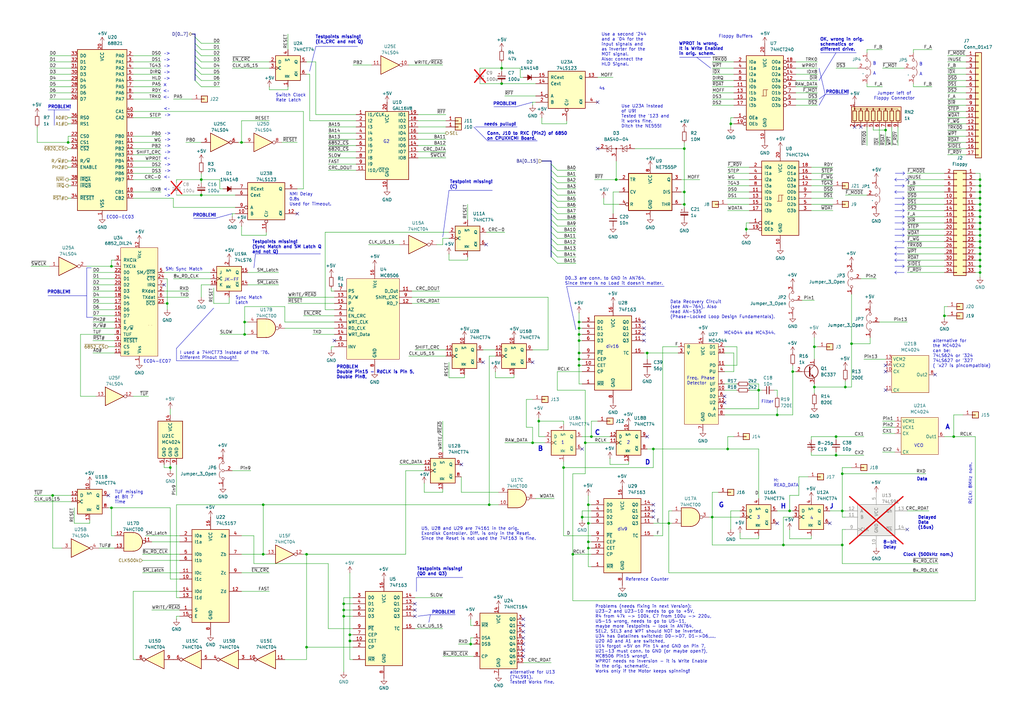
<source format=kicad_sch>
(kicad_sch (version 20250114) (generator "eeschema") (generator_version "9.0")
  (paper "A3")
  (title_block (title "Exorset Floppy") (date "2025-08-22") (rev "v0.1") (company "100% Offner") (comment 1 "Exorset Floppy Controller for kees1948 UniFLEX System") (comment 2 "v0.1: Initial"))
  (text "<-\n->" (at 67.31 46.482 0) (effects (font (size 1.524 1.524)) (justify left)))
  (text "needs pullup!" (at 198.374 51.054 0) (effects (font (size 1.27 1.27) (thickness 0.254) (bold yes)) (justify left)))
  (text "alternative for \nthe MC4024\ncan be:\n74LS624 or '324\n74LS627 or '327 \n( 'x27 is pincompatible)" (at 382.524 145.034 0) (effects (font (size 1.27 1.27)) (justify left)))
  (text "<-\n->" (at 67.31 79.502 0) (effects (font (size 1.524 1.524)) (justify left)))
  (text "NMI Delay\n0.8s\nUsed for Timeout." (at 118.618 81.788 0) (effects (font (size 1.27 1.27)) (justify left)))
  (text "PROBLEM!" (at 19.558 43.942 0) (effects (font (size 1.27 1.27) (thickness 0.254) (bold yes)) (justify left)))
  (text "PROBLEM\nDouble Pin15 - RdCLK is Pin 5,\nDouble Pin8," (at 137.922 152.654 0) (effects (font (size 1.27 1.27) (thickness 0.254) (bold yes)) (justify left)))
  (text "WPROT is wrong.\nIt is Write Enabled\nin orig. schem." (at 278.384 20.066 0) (effects (font (size 1.27 1.27) (thickness 0.254) (bold yes)) (justify left)))
  (text "PROBLEM!" (at 19.304 119.888 0) (effects (font (size 1.27 1.27) (thickness 0.254) (bold yes)) (justify left)))
  (text "MC4044 aka MC4344." (at 296.926 136.652 0) (effects (font (size 1.27 1.27)) (justify left)))
  (text "Problems (needs fixing in next Version):\nU23-2 and U23-10 needs to go to +5V,\nR4 from 47k -> 100k, C7 from 100u -> 220u,\nU5-15 wrong, needs to go to U5-11,\nmaybe more Testpoints - look in AN764,\nSEL2, SEL3 and WPT should NOT be inverted,\nU34 has Datalines switched: D0->D7, D1->D6,...,\nU20 A0 and A1 are switched,\nU14 forgot +5V on Pin 14 and GND on Pin 7,\nU21-13 must conn. to GND (or maybe open?),\nMC8506 Pin15 wrong!,\nWPROT needs no inversion - it is Write Enable\nin the orig. schematic,\nWorks only if the Motor keeps spinning!" (at 244.094 262.128 0) (effects (font (size 1.27 1.27)) (justify left)))
  (text "D" (at 264.414 189.738 0) (effects (font (size 1.905 1.905) (thickness 0.381) (bold yes)) (justify left)))
  (text "Freq. Phase\nDetector" (at 281.686 156.21 0) (effects (font (size 1.27 1.27)) (justify left)))
  (text "D0..3 are conn. to GND in AN764.\nSince there is no Load it doesn't matter." (at 231.648 115.316 0) (effects (font (size 1.27 1.27)) (justify left)))
  (text "Data Recovery Circuit\n(see AN-764). Also \nread AN-535\n(Phase-Locked Loop Design Fundamentals).\n" (at 274.828 127 0) (effects (font (size 1.27 1.27)) (justify left)))
  (text "EC00-EC03" (at 49.276 89.154 0) (effects (font (size 1.27 1.27))))
  (text "H" (at 320.04 207.772 0) (effects (font (size 1.905 1.905) (thickness 0.381) (bold yes)) (justify left)))
  (text "div9" (at 255.27 217.17 0) (effects (font (size 1.27 1.27))))
  (text "TUF missing\nat Bit 7\nTime" (at 46.99 203.962 0) (effects (font (size 1.27 1.27) (thickness 0.1588)) (justify left)))
  (text "RCLK: 8MHz nom." (at 398.018 198.374 90) (effects (font (size 1.27 1.27))))
  (text "Sync Match \nLatch" (at 96.52 123.19 0) (effects (font (size 1.27 1.27)) (justify left)))
  (text "G" (at 294.64 207.264 0) (effects (font (size 1.905 1.905) (thickness 0.381) (bold yes)) (justify left)))
  (text "PROBLEM!" (at 78.994 88.392 0) (effects (font (size 1.27 1.27) (thickness 0.254) (bold yes)) (justify left)))
  (text "2" (at 257.048 181.61 0) (effects (font (size 1.27 1.27)) (justify left)))
  (text "Testpoints missing!\n(Sync Match and SM Latch Q\nand not Q)" (at 103.378 101.346 0) (effects (font (size 1.27 1.27) (thickness 0.254) (bold yes)) (justify left)))
  (text "Testpoints missing!\n(En_CRC and not Q)" (at 129.286 16.256 0) (effects (font (size 1.27 1.27) (thickness 0.254) (bold yes)) (justify left)))
  (text "Data" (at 375.92 196.596 0) (effects (font (size 1.27 1.27) (thickness 0.254) (bold yes)) (justify left)))
  (text "Conn. J10 to RXC (Pin2) of 6850 \non CPUXXCMI Board." (at 199.644 55.88 0) (effects (font (size 1.27 1.27) (thickness 0.254) (bold yes)) (justify left)))
  (text "J" (at 340.106 207.772 0) (effects (font (size 1.905 1.905) (thickness 0.381) (bold yes)) (justify left)))
  (text "Clock (500kHz nom.)" (at 370.332 227.584 0) (effects (font (size 1.27 1.27) (thickness 0.254) (bold yes)) (justify left)))
  (text "I used a 74HCT73 instead of the '76.\nDifferent Pinout though!" (at 73.66 145.796 0) (effects (font (size 1.27 1.27)) (justify left)))
  (text "3" (at 310.388 212.344 0) (effects (font (size 1.27 1.27)) (justify left)))
  (text "C" (at 243.84 177.546 0) (effects (font (size 1.905 1.905) (thickness 0.381) (bold yes)) (justify left)))
  (text "G2" (at 158.496 58.166 0) (effects (font (size 1.27 1.27))))
  (text "B\n\nA\n" (at 377.698 28.448 0) (effects (font (size 1.27 1.27))))
  (text "->\n->\n->\n->\n<-\n->\n->\n<-" (at 67.31 64.262 0) (effects (font (size 1.524 1.524)) (justify left)))
  (text "PROBLEM!" (at 177.038 251.206 0) (effects (font (size 1.27 1.27) (thickness 0.254) (bold yes)) (justify left)))
  (text "SM: Sync Match" (at 67.818 110.49 0) (effects (font (size 1.27 1.27)) (justify left)))
  (text "Use U23A instead\nof U9!\nTested the '123 and\nit works fine.\nDitch the NE555!" (at 254.762 47.752 0) (effects (font (size 1.27 1.27)) (justify left)))
  (text "OK, wrong in orig.\nschematics or \ndifferent drive." (at 336.296 18.288 0) (effects (font (size 1.27 1.27) (thickness 0.254) (bold yes)) (justify left)))
  (text "4" (at 332.232 212.598 0) (effects (font (size 1.27 1.27)) (justify left)))
  (text "Floppy Buffers" (at 301.752 14.986 0) (effects (font (size 1.27 1.27))))
  (text "Switch Clock\nRate Latch" (at 113.03 40.132 0) (effects (font (size 1.27 1.27)) (justify left)))
  (text "1" (at 230.124 181.61 0) (effects (font (size 1.27 1.27)) (justify left)))
  (text "Filter" (at 312.166 164.846 0) (effects (font (size 1.27 1.27)) (justify left)))
  (text "H:\nREAD_DATA" (at 317.246 199.898 0) (effects (font (size 1.27 1.27)) (justify left bottom)))
  (text "Use a second '244\nand a '04 for the \ninput signals and\nas inverter for the\nMOT signal.\nAlso: connect the\nHLD Signal." (at 246.634 20.32 0) (effects (font (size 1.27 1.27)) (justify left)))
  (text "PROBLEM!" (at 202.184 42.672 0) (effects (font (size 1.27 1.27) (thickness 0.254) (bold yes)) (justify left)))
  (text "Jumper left of\nFloppy Connector" (at 366.776 39.37 0) (effects (font (size 1.27 1.27))))
  (text "U5, U28 and U29 are 74161 in the orig.\nExordisk Controller. Diff. is only in the Reset.\nSince the Reset is not used the 74F163 is fine." (at 172.72 218.948 0) (effects (font (size 1.27 1.27)) (justify left)))
  (text "B\n\nA\n" (at 358.648 28.194 0) (effects (font (size 1.27 1.27))))
  (text "->\n->\n->\n->\n->\nx\n<-\n<-" (at 67.056 31.496 0) (effects (font (size 1.524 1.524)) (justify left)))
  (text "Testpoint missing!\n(C)" (at 184.404 75.692 0) (effects (font (size 1.27 1.27) (thickness 0.254) (bold yes)) (justify left)))
  (text "8-bit \nDelay" (at 362.204 223.52 0) (effects (font (size 1.27 1.27) (thickness 0.254) (bold yes)) (justify left)))
  (text "Delayed\nData\n(16us)" (at 376.428 214.376 0) (effects (font (size 1.27 1.27) (thickness 0.254) (bold yes)) (justify left)))
  (text "Testpoints missing!\n(Q0 and Q3)" (at 170.942 234.442 0) (effects (font (size 1.27 1.27) (thickness 0.254) (bold yes)) (justify left)))
  (text "4s" (at 246.888 36.322 0) (effects (font (size 1.27 1.27))))
  (text "alternative for U13\n(74LS91).\nTested! Works fine." (at 209.042 277.876 0) (effects (font (size 1.27 1.27)) (justify left)))
  (text "A\n" (at 387.604 175.26 0) (effects (font (size 1.905 1.905) (thickness 0.381) (bold yes)) (justify left)))
  (text "div16" (at 251.206 142.24 0) (effects (font (size 1.27 1.27))))
  (text "EC04-EC07" (at 64.516 148.336 0) (effects (font (size 1.27 1.27))))
  (text "Reference Counter" (at 265.43 237.744 0) (effects (font (size 1.27 1.27))))
  (text "VCO" (at 374.904 182.88 0) (effects (font (size 1.27 1.27)) (justify left)))
  (text "PROBLEM!" (at 338.582 37.846 0) (effects (font (size 1.27 1.27) (thickness 0.254) (bold yes)) (justify left)))
  (text "JK-FF" (at 94.996 114.808 0) (effects (font (size 1.27 1.27))))
  (text "B" (at 220.472 184.15 0) (effects (font (size 1.905 1.905) (thickness 0.381) (bold yes)) (justify left)))
  (junction (at 107.95 227.33))
  (junction (at 280.67 78.74))
  (junction (at 345.44 194.31))
  (junction (at 280.67 60.96))
  (junction (at 107.95 207.01))
  (junction (at 69.85 191.77))
  (junction (at 45.72 208.28))
  (junction (at 231.14 191.77))
  (junction (at 280.67 83.82))
  (junction (at 334.01 158.75))
  (junction (at 238.76 212.09))
  (junction (at 140.97 250.19))
  (junction (at 401.955 81.28))
  (junction (at 401.955 96.52))
  (junction (at 318.77 170.18))
  (junction (at 401.955 83.82))
  (junction (at 205.74 27.94))
  (junction (at 241.3 214.63))
  (junction (at 82.55 80.01))
  (junction (at 237.49 132.08))
  (junction (at 323.85 209.55))
  (junction (at 401.955 88.9))
  (junction (at 267.97 184.15))
  (junction (at 237.49 144.78))
  (junction (at 125.73 265.43))
  (junction (at 82.55 73.66))
  (junction (at 143.51 260.35))
  (junction (at 401.955 99.06))
  (junction (at 193.04 264.16))
  (junction (at 205.74 34.29))
  (junction (at 401.955 106.68))
  (junction (at 387.35 129.54))
  (junction (at 252.73 73.66))
  (junction (at 242.57 179.07))
  (junction (at 241.3 207.01))
  (junction (at 237.49 134.62))
  (junction (at 401.955 78.74))
  (junction (at 292.1 212.09))
  (junction (at 401.955 101.6))
  (junction (at 391.16 179.07))
  (junction (at 306.07 93.98))
  (junction (at 342.9 179.07))
  (junction (at 237.49 137.16))
  (junction (at 27.94 58.42))
  (junction (at 200.66 207.01))
  (junction (at 99.06 58.42))
  (junction (at 140.97 247.65))
  (junction (at 325.12 152.4))
  (junction (at 218.44 181.61))
  (junction (at 240.03 181.61))
  (junction (at 401.955 86.36))
  (junction (at 401.955 109.22))
  (junction (at 234.95 227.33))
  (junction (at 241.3 222.25))
  (junction (at 342.9 186.69))
  (junction (at 346.71 158.75))
  (junction (at 237.49 139.7))
  (junction (at 401.955 93.98))
  (junction (at 401.955 104.14))
  (junction (at 363.22 53.34))
  (junction (at 21.59 203.2))
  (junction (at 265.43 144.78))
  (junction (at 140.97 252.73))
  (junction (at 125.73 227.33))
  (junction (at 241.3 224.79))
  (junction (at 237.49 147.32))
  (junction (at 220.98 172.72))
  (junction (at 298.45 184.15))
  (junction (at 401.955 111.76))
  (junction (at 401.955 76.2))
  (junction (at 100.33 137.16))
  (junction (at 143.51 262.89))
  (junction (at 68.58 124.46))
  (junction (at 321.31 223.52))
  (junction (at 401.955 91.44))
  (junction (at 311.15 160.02))
  (junction (at 345.44 223.52))
  (junction (at 299.72 50.8))
  (junction (at 274.32 214.63))
  (junction (at 100.33 132.08))
  (junction (at 45.72 109.22))
  (junction (at 334.01 142.24))
  (junction (at 349.25 140.97))
  (junction (at 345.44 209.55))
  (junction (at 237.49 149.86))
  (junction (at 401.955 73.66))
  (no_connect (at 267.97 209.55))
  (no_connect (at 170.18 250.19))
  (no_connect (at 350.52 52.07))
  (no_connect (at 137.16 139.7))
  (no_connect (at 353.06 52.07))
  (no_connect (at 383.54 153.67))
  (no_connect (at 267.97 212.09))
  (no_connect (at 189.23 190.5))
  (no_connect (at 238.76 184.15))
  (no_connect (at 198.12 148.59))
  (no_connect (at 214.63 261.62))
  (no_connect (at 264.16 134.62))
  (no_connect (at 363.22 160.02))
  (no_connect (at 265.43 179.07))
  (no_connect (at 245.11 41.91))
  (no_connect (at 318.77 214.63))
  (no_connect (at 214.63 259.08))
  (no_connect (at 264.16 132.08))
  (no_connect (at 264.16 139.7))
  (no_connect (at 264.16 137.16))
  (no_connect (at 214.63 256.54))
  (no_connect (at 170.18 252.73))
  (no_connect (at 372.11 73.66))
  (no_connect (at 199.39 100.33))
  (no_connect (at 297.18 162.56))
  (no_connect (at 363.22 149.86))
  (no_connect (at 170.18 247.65))
  (no_connect (at 214.63 264.16))
  (no_connect (at 340.36 214.63))
  (no_connect (at 267.97 207.01))
  (no_connect (at 121.92 87.63))
  (no_connect (at 214.63 254))
  (no_connect (at 214.63 269.24))
  (no_connect (at 214.63 266.7))
  (no_connect (at 218.44 148.59))
  (no_connect (at 297.18 165.1))
  (no_connect (at 363.22 152.4))
  (no_connect (at 44.45 203.2))
  (no_connect (at 67.31 116.84))
  (no_connect (at 372.11 217.17))
  (no_connect (at 245.11 60.96))
  (bus_entry (at 80.01 33.02) (size 2.54 2.54))
  (bus_entry (at 226.06 87.63) (size 2.54 2.54))
  (bus_entry (at 226.06 100.33) (size 2.54 2.54))
  (bus_entry (at 226.06 82.55) (size 2.54 2.54))
  (bus_entry (at 226.06 95.25) (size 2.54 2.54))
  (bus_entry (at 80.01 20.32) (size 2.54 2.54))
  (bus_entry (at 226.06 97.79) (size 2.54 2.54))
  (bus_entry (at 80.01 15.24) (size 2.54 2.54))
  (bus_entry (at 226.06 90.17) (size 2.54 2.54))
  (bus_entry (at 80.01 17.78) (size 2.54 2.54))
  (bus_entry (at 226.06 102.87) (size 2.54 2.54))
  (bus_entry (at 226.06 74.93) (size 2.54 2.54))
  (bus_entry (at 80.01 25.4) (size 2.54 2.54))
  (bus_entry (at 80.01 27.94) (size 2.54 2.54))
  (bus_entry (at 80.01 30.48) (size 2.54 2.54))
  (bus_entry (at 226.06 92.71) (size 2.54 2.54))
  (bus_entry (at 226.06 72.39) (size 2.54 2.54))
  (bus_entry (at 226.06 67.31) (size 2.54 2.54))
  (bus_entry (at 226.06 80.01) (size 2.54 2.54))
  (bus_entry (at 226.06 77.47) (size 2.54 2.54))
  (bus_entry (at 226.06 69.85) (size 2.54 2.54))
  (bus_entry (at 226.06 105.41) (size 2.54 2.54))
  (bus_entry (at 226.06 85.09) (size 2.54 2.54))
  (bus_entry (at 80.01 22.86) (size 2.54 2.54))
  (wire (pts (xy 135.89 142.24) (xy 135.89 143.51)))
  (polyline (pts (xy 285.75 23.495) (xy 291.465 27.94)))
  (wire (pts (xy 87.63 118.11) (xy 87.63 124.46)))
  (wire (pts (xy 95.25 87.63) (xy 95.25 88.9)))
  (wire (pts (xy 307.34 160.02) (xy 311.15 160.02)))
  (wire (pts (xy 204.47 201.93) (xy 189.23 201.93)))
  (wire (pts (xy 45.72 208.28) (xy 44.45 208.28)))
  (wire (pts (xy 228.6 92.71) (xy 236.22 92.71)))
  (wire (pts (xy 387.35 99.06) (xy 372.11 99.06)))
  (wire (pts (xy 82.55 33.02) (xy 90.17 33.02)))
  (wire (pts (xy 101.6 111.76) (xy 114.3 111.76)))
  (wire (pts (xy 401.955 104.14) (xy 401.955 106.68)))
  (wire (pts (xy 360.68 132.08) (xy 372.11 132.08)))
  (wire (pts (xy 237.49 134.62) (xy 237.49 132.08)))
  (wire (pts (xy 306.07 93.98) (xy 306.07 95.25)))
  (wire (pts (xy 133.35 127) (xy 137.16 127)))
  (wire (pts (xy 71.12 85.09) (xy 96.52 85.09)))
  (polyline (pts (xy 370.9888 71.0821) (xy 370.3538 70.4471)))
  (wire (pts (xy 341.63 76.2) (xy 332.74 76.2)))
  (wire (pts (xy 334.01 158.75) (xy 346.71 158.75)))
  (polyline (pts (xy 370.84 91.44) (xy 370.205 92.075)))
  (wire (pts (xy 82.55 74.93) (xy 82.55 73.66)))
  (wire (pts (xy 171.45 54.61) (xy 182.88 54.61)))
  (wire (pts (xy 54.61 73.66) (xy 66.04 73.66)))
  (wire (pts (xy 82.55 20.32) (xy 90.17 20.32)))
  (wire (pts (xy 265.43 184.15) (xy 267.97 184.15)))
  (wire (pts (xy 298.45 81.28) (xy 307.34 81.28)))
  (wire (pts (xy 151.13 100.33) (xy 163.83 100.33)))
  (wire (pts (xy 125.73 30.48) (xy 127 30.48)))
  (wire (pts (xy 238.76 212.09) (xy 238.76 213.36)))
  (wire (pts (xy 69.85 190.5) (xy 69.85 191.77)))
  (wire (pts (xy 396.24 22.86) (xy 388.62 22.86)))
  (wire (pts (xy 290.83 212.09) (xy 292.1 212.09)))
  (wire (pts (xy 72.39 74.93) (xy 72.39 73.66)))
  (bus (pts (xy 80.01 22.86) (xy 80.01 25.4)))
  (wire (pts (xy 292.1 212.09) (xy 292.1 223.52)))
  (wire (pts (xy 118.11 121.92) (xy 137.16 121.92)))
  (wire (pts (xy 267.97 184.15) (xy 298.45 184.15)))
  (wire (pts (xy 184.15 148.59) (xy 184.15 154.94)))
  (wire (pts (xy 46.99 129.54) (xy 38.1 129.54)))
  (wire (pts (xy 58.42 227.33) (xy 73.66 227.33)))
  (polyline (pts (xy 370.84 88.9) (xy 367.03 88.9)))
  (wire (pts (xy 191.77 83.82) (xy 191.77 90.17)))
  (wire (pts (xy 218.44 143.51) (xy 224.79 143.51)))
  (wire (pts (xy 54.61 242.57) (xy 73.66 242.57)))
  (wire (pts (xy 237.49 147.32) (xy 237.49 149.86)))
  (wire (pts (xy 280.67 83.82) (xy 280.67 85.09)))
  (polyline (pts (xy 171.45 252.73) (xy 176.53 252.095)))
  (wire (pts (xy 33.02 137.16) (xy 46.99 137.16)))
  (wire (pts (xy 298.45 86.36) (xy 307.34 86.36)))
  (wire (pts (xy 228.6 102.87) (xy 236.22 102.87)))
  (wire (pts (xy 401.955 86.36) (xy 401.955 88.9)))
  (wire (pts (xy 298.45 68.58) (xy 307.34 68.58)))
  (wire (pts (xy 171.45 64.77) (xy 182.88 64.77)))
  (wire (pts (xy 228.6 80.01) (xy 236.22 80.01)))
  (wire (pts (xy 370.84 27.94) (xy 361.95 27.94)))
  (polyline (pts (xy 72.39 142.875) (xy 87.63 126.365)))
  (wire (pts (xy 237.49 144.78) (xy 238.76 144.78)))
  (wire (pts (xy 33.02 162.56) (xy 33.02 137.16)))
  (wire (pts (xy 118.11 36.83) (xy 118.11 35.56)))
  (wire (pts (xy 237.49 132.08) (xy 238.76 132.08)))
  (wire (pts (xy 237.49 144.78) (xy 237.49 139.7)))
  (wire (pts (xy 368.3 59.69) (xy 368.3 52.07)))
  (wire (pts (xy 99.06 49.53) (xy 99.06 58.42)))
  (wire (pts (xy 228.6 90.17) (xy 236.22 90.17)))
  (wire (pts (xy 163.83 190.5) (xy 173.99 190.5)))
  (wire (pts (xy 354.33 179.07) (xy 342.9 179.07)))
  (wire (pts (xy 396.24 50.8) (xy 388.62 50.8)))
  (wire (pts (xy 167.64 146.05) (xy 182.88 146.05)))
  (wire (pts (xy 54.61 60.96) (xy 66.04 60.96)))
  (wire (pts (xy 36.83 214.63) (xy 36.83 213.36)))
  (wire (pts (xy 72.39 80.01) (xy 82.55 80.01)))
  (wire (pts (xy 355.6 59.69) (xy 355.6 52.07)))
  (wire (pts (xy 360.68 59.69) (xy 360.68 52.07)))
  (bus (pts (xy 226.06 97.79) (xy 226.06 100.33)))
  (wire (pts (xy 287.02 73.66) (xy 279.4 73.66)))
  (wire (pts (xy 184.15 104.14) (xy 184.15 106.68)))
  (wire (pts (xy 171.45 46.99) (xy 182.88 46.99)))
  (wire (pts (xy 38.1 144.78) (xy 46.99 144.78)))
  (wire (pts (xy 143.51 262.89) (xy 144.78 262.89)))
  (wire (pts (xy 334.01 161.29) (xy 334.01 158.75)))
  (polyline (pts (xy 370.84 81.28) (xy 370.205 80.645)))
  (wire (pts (xy 46.99 109.22) (xy 45.72 109.22)))
  (wire (pts (xy 326.39 40.64) (xy 335.28 40.64)))
  (wire (pts (xy 400.05 78.74) (xy 401.955 78.74)))
  (wire (pts (xy 54.61 48.26) (xy 66.04 48.26)))
  (wire (pts (xy 323.85 203.2) (xy 323.85 209.55)))
  (wire (pts (xy 179.07 100.33) (xy 181.61 100.33)))
  (wire (pts (xy 38.1 134.62) (xy 46.99 134.62)))
  (wire (pts (xy 218.44 181.61) (xy 223.52 181.61)))
  (wire (pts (xy 181.61 201.93) (xy 181.61 200.66)))
  (bus (pts (xy 80.01 25.4) (xy 80.01 27.94)))
  (wire (pts (xy 326.39 25.4) (xy 335.28 25.4)))
  (wire (pts (xy 265.43 144.78) (xy 278.13 144.78)))
  (wire (pts (xy 367.03 172.72) (xy 361.95 172.72)))
  (wire (pts (xy 135.89 118.11) (xy 135.89 119.38)))
  (wire (pts (xy 46.99 121.92) (xy 38.1 121.92)))
  (wire (pts (xy 326.39 30.48) (xy 335.28 30.48)))
  (wire (pts (xy 29.21 30.48) (xy 20.32 30.48)))
  (wire (pts (xy 367.03 175.26) (xy 361.95 175.26)))
  (wire (pts (xy 358.14 53.34) (xy 363.22 53.34)))
  (wire (pts (xy 54.61 66.04) (xy 66.04 66.04)))
  (wire (pts (xy 27.94 73.66) (xy 29.21 73.66)))
  (wire (pts (xy 125.73 25.4) (xy 129.54 25.4)))
  (wire (pts (xy 292.1 35.56) (xy 300.99 35.56)))
  (polyline (pts (xy 19.685 45.085) (xy 28.575 45.085)))
  (wire (pts (xy 54.61 81.28) (xy 71.12 81.28)))
  (wire (pts (xy 54.61 40.64) (xy 66.04 40.64)))
  (bus (pts (xy 226.06 85.09) (xy 226.06 87.63)))
  (wire (pts (xy 46.99 114.3) (xy 38.1 114.3)))
  (wire (pts (xy 302.26 142.24) (xy 302.26 149.86)))
  (wire (pts (xy 232.41 50.8) (xy 232.41 49.53)))
  (polyline (pts (xy 370.84 109.22) (xy 367.03 109.22)))
  (wire (pts (xy 71.12 85.09) (xy 71.12 81.28)))
  (wire (pts (xy 240.03 160.02) (xy 228.6 160.02)))
  (bus (pts (xy 226.06 95.25) (xy 226.06 97.79)))
  (wire (pts (xy 345.44 223.52) (xy 345.44 217.17)))
  (wire (pts (xy 342.9 186.69) (xy 342.9 185.42)))
  (wire (pts (xy 101.6 137.16) (xy 100.33 137.16)))
  (wire (pts (xy 228.6 160.02) (xy 228.6 152.4)))
  (wire (pts (xy 189.23 201.93) (xy 189.23 195.58)))
  (wire (pts (xy 21.59 224.79) (xy 21.59 203.2)))
  (wire (pts (xy 401.955 101.6) (xy 401.955 104.14)))
  (wire (pts (xy 44.45 142.24) (xy 46.99 142.24)))
  (wire (pts (xy 387.35 76.2) (xy 372.11 76.2)))
  (bus (pts (xy 226.06 102.87) (xy 226.06 105.41)))
  (wire (pts (xy 124.46 45.72) (xy 124.46 77.47)))
  (wire (pts (xy 275.59 209.55) (xy 274.32 209.55)))
  (wire (pts (xy 45.72 219.71) (xy 45.72 208.28)))
  (bus (pts (xy 226.06 69.85) (xy 226.06 72.39)))
  (wire (pts (xy 387.35 130.81) (xy 387.35 129.54)))
  (wire (pts (xy 173.99 198.12) (xy 173.99 201.93)))
  (wire (pts (xy 241.3 224.79) (xy 241.3 232.41)))
  (wire (pts (xy 303.53 209.55) (xy 299.72 209.55)))
  (bus (pts (xy 80.01 15.24) (xy 80.01 17.78)))
  (polyline (pts (xy 370.84 83.82) (xy 370.205 84.455)))
  (wire (pts (xy 401.955 109.22) (xy 401.955 111.76)))
  (wire (pts (xy 326.39 35.56) (xy 335.28 35.56)))
  (wire (pts (xy 218.44 175.26) (xy 218.44 181.61)))
  (wire (pts (xy 323.85 220.98) (xy 323.85 217.17)))
  (polyline (pts (xy 367.03 104.14) (xy 367.665 104.775)))
  (wire (pts (xy 27.94 50.8) (xy 29.21 50.8)))
  (wire (pts (xy 334.01 157.48) (xy 334.01 158.75)))
  (bus (pts (xy 80.01 13.97) (xy 80.01 15.24)))
  (wire (pts (xy 27.94 48.26) (xy 29.21 48.26)))
  (wire (pts (xy 267.97 191.77) (xy 231.14 191.77)))
  (wire (pts (xy 93.98 121.92) (xy 93.98 124.46)))
  (wire (pts (xy 128.27 137.16) (xy 137.16 137.16)))
  (polyline (pts (xy 367.03 78.74) (xy 367.665 79.375)))
  (wire (pts (xy 292.1 30.48) (xy 300.99 30.48)))
  (wire (pts (xy 274.32 234.95) (xy 384.81 234.95)))
  (wire (pts (xy 29.21 22.86) (xy 20.32 22.86)))
  (wire (pts (xy 345.44 217.17) (xy 346.71 217.17)))
  (wire (pts (xy 394.97 170.18) (xy 391.16 170.18)))
  (wire (pts (xy 279.4 78.74) (xy 280.67 78.74)))
  (wire (pts (xy 213.36 31.75) (xy 213.36 27.94)))
  (wire (pts (xy 298.45 179.07) (xy 298.45 184.15)))
  (wire (pts (xy 318.77 160.02) (xy 317.5 160.02)))
  (wire (pts (xy 99.06 58.42) (xy 97.79 58.42)))
  (wire (pts (xy 241.3 224.79) (xy 242.57 224.79)))
  (wire (pts (xy 400.05 96.52) (xy 401.955 96.52)))
  (wire (pts (xy 109.22 96.52) (xy 109.22 95.25)))
  (wire (pts (xy 274.32 214.63) (xy 275.59 214.63)))
  (wire (pts (xy 121.92 58.42) (xy 115.57 58.42)))
  (wire (pts (xy 60.96 162.56) (xy 54.61 162.56)))
  (wire (pts (xy 116.84 270.51) (xy 125.73 270.51)))
  (wire (pts (xy 196.85 34.29) (xy 205.74 34.29)))
  (wire (pts (xy 220.98 172.72) (xy 231.14 172.72)))
  (wire (pts (xy 224.79 121.92) (xy 168.91 121.92)))
  (wire (pts (xy 30.48 208.28) (xy 30.48 214.63)))
  (wire (pts (xy 387.35 86.36) (xy 372.11 86.36)))
  (wire (pts (xy 401.955 91.44) (xy 401.955 93.98)))
  (wire (pts (xy 118.11 124.46) (xy 137.16 124.46)))
  (wire (pts (xy 396.24 58.42) (xy 388.62 58.42)))
  (polyline (pts (xy 367.03 101.6) (xy 367.665 102.235)))
  (wire (pts (xy 349.25 140.97) (xy 349.25 158.75)))
  (wire (pts (xy 203.2 152.4) (xy 203.2 154.94)))
  (wire (pts (xy 303.53 220.98) (xy 311.15 220.98)))
  (wire (pts (xy 240.03 181.61) (xy 250.19 181.61)))
  (wire (pts (xy 332.74 220.98) (xy 332.74 219.71)))
  (wire (pts (xy 237.49 137.16) (xy 238.76 137.16)))
  (polyline (pts (xy 202.565 43.815) (xy 211.455 43.815)))
  (wire (pts (xy 234.95 227.33) (xy 242.57 227.33)))
  (polyline (pts (xy 131.445 104.14) (xy 104.775 104.14)))
  (wire (pts (xy 29.21 25.4) (xy 20.32 25.4)))
  (wire (pts (xy 91.44 77.47) (xy 90.17 77.47)))
  (wire (pts (xy 95.25 193.04) (xy 102.87 193.04)))
  (wire (pts (xy 241.3 222.25) (xy 241.3 214.63)))
  (wire (pts (xy 68.58 114.3) (xy 68.58 124.46)))
  (wire (pts (xy 46.99 119.38) (xy 38.1 119.38)))
  (wire (pts (xy 13.97 205.74) (xy 29.21 205.74)))
  (wire (pts (xy 116.84 134.62) (xy 137.16 134.62)))
  (wire (pts (xy 99.06 219.71) (xy 104.14 219.71)))
  (wire (pts (xy 181.61 269.24) (xy 194.31 269.24)))
  (wire (pts (xy 298.45 184.15) (xy 311.15 184.15)))
  (wire (pts (xy 292.1 25.4) (xy 300.99 25.4)))
  (wire (pts (xy 95.25 27.94) (xy 110.49 27.94)))
  (wire (pts (xy 237.49 139.7) (xy 237.49 137.16)))
  (wire (pts (xy 205.74 27.94) (xy 205.74 25.4)))
  (wire (pts (xy 134.62 52.07) (xy 146.05 52.07)))
  (wire (pts (xy 133.35 95.25) (xy 133.35 127)))
  (wire (pts (xy 379.73 194.31) (xy 345.44 194.31)))
  (wire (pts (xy 69.85 237.49) (xy 69.85 208.28)))
  (wire (pts (xy 72.39 207.01) (xy 107.95 207.01)))
  (wire (pts (xy 125.73 265.43) (xy 125.73 270.51)))
  (wire (pts (xy 38.1 139.7) (xy 46.99 139.7)))
  (polyline (pts (xy 370.84 99.06) (xy 370.205 99.695)))
  (polyline (pts (xy 370.84 96.52) (xy 370.205 95.885)))
  (wire (pts (xy 396.24 53.34) (xy 388.62 53.34)))
  (wire (pts (xy 46.99 219.71) (xy 45.72 219.71)))
  (wire (pts (xy 54.61 55.88) (xy 66.04 55.88)))
  (wire (pts (xy 27.94 58.42) (xy 29.21 58.42)))
  (wire (pts (xy 401.955 76.2) (xy 401.955 78.74)))
  (wire (pts (xy 215.9 175.26) (xy 218.44 175.26)))
  (wire (pts (xy 361.95 185.42) (xy 367.03 185.42)))
  (wire (pts (xy 298.45 83.82) (xy 307.34 83.82)))
  (bus (pts (xy 80.01 30.48) (xy 80.01 33.02)))
  (wire (pts (xy 361.95 35.56) (xy 355.6 35.56)))
  (polyline (pts (xy 347.98 38.735) (xy 338.455 38.735)))
  (wire (pts (xy 67.31 114.3) (xy 68.58 114.3)))
  (wire (pts (xy 391.16 170.18) (xy 391.16 179.07)))
  (wire (pts (xy 345.44 231.14) (xy 345.44 223.52)))
  (wire (pts (xy 250.19 187.96) (xy 250.19 190.5)))
  (polyline (pts (xy 211.455 43.815) (xy 218.44 41.91)))
  (wire (pts (xy 125.73 227.33) (xy 125.73 265.43)))
  (wire (pts (xy 387.35 83.82) (xy 372.11 83.82)))
  (wire (pts (xy 243.84 73.66) (xy 252.73 73.66)))
  (wire (pts (xy 387.35 78.74) (xy 372.11 78.74)))
  (wire (pts (xy 140.97 250.19) (xy 140.97 252.73)))
  (wire (pts (xy 400.05 109.22) (xy 401.955 109.22)))
  (wire (pts (xy 387.35 96.52) (xy 372.11 96.52)))
  (wire (pts (xy 374.65 34.29) (xy 374.65 35.56)))
  (wire (pts (xy 401.955 106.68) (xy 401.955 109.22)))
  (wire (pts (xy 241.3 214.63) (xy 242.57 214.63)))
  (wire (pts (xy 280.67 60.96) (xy 280.67 78.74)))
  (wire (pts (xy 332.74 186.69) (xy 342.9 186.69)))
  (wire (pts (xy 143.51 234.95) (xy 143.51 260.35)))
  (wire (pts (xy 46.99 124.46) (xy 38.1 124.46)))
  (wire (pts (xy 294.64 201.93) (xy 292.1 201.93)))
  (wire (pts (xy 396.24 43.18) (xy 388.62 43.18)))
  (wire (pts (xy 82.55 27.94) (xy 90.17 27.94)))
  (wire (pts (xy 218.44 163.83) (xy 215.9 163.83)))
  (wire (pts (xy 300.99 48.26) (xy 299.72 48.26)))
  (wire (pts (xy 387.35 93.98) (xy 372.11 93.98)))
  (wire (pts (xy 332.74 185.42) (xy 332.74 186.69)))
  (wire (pts (xy 67.31 124.46) (xy 68.58 124.46)))
  (bus (pts (xy 226.06 67.31) (xy 226.06 69.85)))
  (wire (pts (xy 82.55 121.92) (xy 82.55 116.84)))
  (wire (pts (xy 238.76 147.32) (xy 237.49 147.32)))
  (wire (pts (xy 396.24 45.72) (xy 388.62 45.72)))
  (polyline (pts (xy 370.84 109.22) (xy 370.205 109.855)))
  (wire (pts (xy 327.66 203.2) (xy 323.85 203.2)))
  (wire (pts (xy 99.06 234.95) (xy 110.49 234.95)))
  (wire (pts (xy 332.74 81.28) (xy 341.63 81.28)))
  (wire (pts (xy 125.73 265.43) (xy 144.78 265.43)))
  (wire (pts (xy 359.41 114.3) (xy 353.06 114.3)))
  (bus (pts (xy 226.06 100.33) (xy 226.06 102.87)))
  (wire (pts (xy 90.17 137.16) (xy 100.33 137.16)))
  (wire (pts (xy 29.21 27.94) (xy 20.32 27.94)))
  (wire (pts (xy 207.01 39.37) (xy 219.71 39.37)))
  (wire (pts (xy 363.22 53.34) (xy 363.22 52.07)))
  (wire (pts (xy 241.3 214.63) (xy 241.3 207.01)))
  (wire (pts (xy 101.6 116.84) (xy 114.3 116.84)))
  (wire (pts (xy 214.63 31.75) (xy 213.36 31.75)))
  (wire (pts (xy 267.97 184.15) (xy 267.97 191.77)))
  (wire (pts (xy 280.67 83.82) (xy 279.4 83.82)))
  (wire (pts (xy 299.72 50.8) (xy 300.99 50.8)))
  (wire (pts (xy 300.99 179.07) (xy 298.45 179.07)))
  (wire (pts (xy 54.61 63.5) (xy 66.04 63.5)))
  (bus (pts (xy 226.06 80.01) (xy 226.06 82.55)))
  (wire (pts (xy 292.1 33.02) (xy 300.99 33.02)))
  (polyline (pts (xy 367.03 111.76) (xy 367.665 112.395)))
  (wire (pts (xy 69.85 208.28) (xy 45.72 208.28)))
  (wire (pts (xy 29.21 40.64) (xy 20.32 40.64)))
  (wire (pts (xy 54.61 30.48) (xy 66.04 30.48)))
  (wire (pts (xy 116.84 132.08) (xy 116.84 125.73)))
  (wire (pts (xy 140.97 252.73) (xy 144.78 252.73)))
  (wire (pts (xy 54.61 25.4) (xy 66.04 25.4)))
  (bus (pts (xy 222.25 66.04) (xy 226.06 66.04)))
  (wire (pts (xy 187.96 264.16) (xy 193.04 264.16)))
  (wire (pts (xy 292.1 223.52) (xy 321.31 223.52)))
  (wire (pts (xy 321.31 223.52) (xy 345.44 223.52)))
  (wire (pts (xy 224.79 143.51) (xy 224.79 121.92)))
  (polyline (pts (xy 72.39 147.955) (xy 72.39 142.875)))
  (wire (pts (xy 116.84 125.73) (xy 100.33 125.73)))
  (wire (pts (xy 100.33 125.73) (xy 100.33 132.08)))
  (wire (pts (xy 241.3 203.2) (xy 241.3 207.01)))
  (wire (pts (xy 396.24 25.4) (xy 388.62 25.4)))
  (wire (pts (xy 193.04 264.16) (xy 194.31 264.16)))
  (wire (pts (xy 82.55 116.84) (xy 86.36 116.84)))
  (wire (pts (xy 401.955 99.06) (xy 401.955 101.6)))
  (wire (pts (xy 134.62 69.85) (xy 146.05 69.85)))
  (bus (pts (xy 226.06 87.63) (xy 226.06 90.17)))
  (wire (pts (xy 400.05 71.12) (xy 401.955 71.12)))
  (wire (pts (xy 298.45 71.12) (xy 307.34 71.12)))
  (wire (pts (xy 387.35 71.12) (xy 372.11 71.12)))
  (wire (pts (xy 193.04 254) (xy 193.04 256.54)))
  (wire (pts (xy 387.35 129.54) (xy 388.62 129.54)))
  (wire (pts (xy 387.35 125.73) (xy 387.35 129.54)))
  (wire (pts (xy 166.37 227.33) (xy 125.73 227.33)))
  (wire (pts (xy 237.49 147.32) (xy 237.49 144.78)))
  (polyline (pts (xy 367.03 73.66) (xy 370.84 73.66)))
  (wire (pts (xy 171.45 49.53) (xy 182.88 49.53)))
  (wire (pts (xy 299.72 50.8) (xy 299.72 52.07)))
  (wire (pts (xy 205.74 27.94) (xy 213.36 27.94)))
  (wire (pts (xy 228.6 74.93) (xy 236.22 74.93)))
  (polyline (pts (xy 367.03 73.66) (xy 367.665 73.025)))
  (polyline (pts (xy 97.79 147.955) (xy 72.39 147.955)))
  (wire (pts (xy 67.31 119.38) (xy 77.47 119.38)))
  (wire (pts (xy 58.42 229.87) (xy 73.66 229.87)))
  (wire (pts (xy 231.14 191.77) (xy 231.14 219.71)))
  (wire (pts (xy 76.2 58.42) (xy 82.55 58.42)))
  (wire (pts (xy 321.31 212.09) (xy 325.12 212.09)))
  (wire (pts (xy 334.01 138.43) (xy 334.01 142.24)))
  (wire (pts (xy 54.61 38.1) (xy 66.04 38.1)))
  (wire (pts (xy 72.39 207.01) (xy 72.39 245.11)))
  (wire (pts (xy 297.18 152.4) (xy 300.99 152.4)))
  (wire (pts (xy 171.45 62.23) (xy 182.88 62.23)))
  (polyline (pts (xy 175.895 255.27) (xy 176.53 252.095)))
  (polyline (pts (xy 367.03 101.6) (xy 367.665 100.965)))
  (wire (pts (xy 194.31 261.62) (xy 193.04 261.62)))
  (polyline (pts (xy 370.84 91.44) (xy 370.205 90.805)))
  (wire (pts (xy 318.77 162.56) (xy 318.77 160.02)))
  (polyline (pts (xy 367.03 104.14) (xy 370.84 104.14)))
  (wire (pts (xy 241.3 232.41) (xy 242.57 232.41)))
  (wire (pts (xy 396.24 40.64) (xy 388.62 40.64)))
  (wire (pts (xy 341.63 73.66) (xy 332.74 73.66)))
  (wire (pts (xy 72.39 245.11) (xy 73.66 245.11)))
  (wire (pts (xy 401.955 73.66) (xy 401.955 76.2)))
  (polyline (pts (xy 370.84 88.9) (xy 370.205 89.535)))
  (wire (pts (xy 302.26 149.86) (xy 297.18 149.86)))
  (wire (pts (xy 99.06 58.42) (xy 100.33 58.42)))
  (wire (pts (xy 207.01 181.61) (xy 218.44 181.61)))
  (wire (pts (xy 27.94 60.96) (xy 29.21 60.96)))
  (wire (pts (xy 292.1 201.93) (xy 292.1 212.09)))
  (wire (pts (xy 171.45 59.69) (xy 182.88 59.69)))
  (wire (pts (xy 27.94 76.2) (xy 29.21 76.2)))
  (wire (pts (xy 54.61 270.51) (xy 54.61 242.57)))
  (wire (pts (xy 387.35 101.6) (xy 372.11 101.6)))
  (wire (pts (xy 82.55 17.78) (xy 90.17 17.78)))
  (wire (pts (xy 184.15 154.94) (xy 190.5 154.94)))
  (wire (pts (xy 363.22 59.69) (xy 363.22 53.34)))
  (wire (pts (xy 99.06 227.33) (xy 107.95 227.33)))
  (wire (pts (xy 345.44 194.31) (xy 345.44 209.55)))
  (wire (pts (xy 228.6 87.63) (xy 236.22 87.63)))
  (wire (pts (xy 205.74 34.29) (xy 219.71 34.29)))
  (wire (pts (xy 325.12 170.18) (xy 325.12 152.4)))
  (polyline (pts (xy 370.84 76.2) (xy 370.205 75.565)))
  (polyline (pts (xy 181.61 97.155) (xy 184.15 78.105)))
  (wire (pts (xy 107.95 227.33) (xy 107.95 207.01)))
  (polyline (pts (xy 35.56 109.855) (xy 35.56 130.175)))
  (wire (pts (xy 71.12 114.3) (xy 86.36 114.3)))
  (wire (pts (xy 396.24 60.96) (xy 388.62 60.96)))
  (wire (pts (xy 325.12 149.86) (xy 325.12 152.4)))
  (wire (pts (xy 238.76 212.09) (xy 242.57 212.09)))
  (wire (pts (xy 210.82 154.94) (xy 210.82 153.67)))
  (wire (pts (xy 21.59 203.2) (xy 29.21 203.2)))
  (wire (pts (xy 400.05 246.38) (xy 400.05 179.07)))
  (wire (pts (xy 307.34 91.44) (xy 306.07 91.44)))
  (wire (pts (xy 200.66 207.01) (xy 204.47 207.01)))
  (wire (pts (xy 191.77 106.68) (xy 191.77 105.41)))
  (wire (pts (xy 54.61 27.94) (xy 66.04 27.94)))
  (wire (pts (xy 334.01 142.24) (xy 334.01 147.32)))
  (wire (pts (xy 332.74 180.34) (xy 332.74 179.07)))
  (wire (pts (xy 228.6 100.33) (xy 236.22 100.33)))
  (wire (pts (xy 99.06 92.71) (xy 99.06 96.52)))
  (polyline (pts (xy 37.465 109.855) (xy 35.56 109.855)))
  (wire (pts (xy 299.72 209.55) (xy 299.72 217.17)))
  (wire (pts (xy 196.85 27.94) (xy 205.74 27.94)))
  (wire (pts (xy 140.97 247.65) (xy 140.97 250.19)))
  (wire (pts (xy 400.05 91.44) (xy 401.955 91.44)))
  (polyline (pts (xy 170.815 236.855) (xy 170.815 242.57)))
  (polyline (pts (xy 367.03 78.74) (xy 367.665 78.105)))
  (wire (pts (xy 401.955 88.9) (xy 401.955 91.44)))
  (polyline (pts (xy 370.84 93.98) (xy 370.205 93.345)))
  (wire (pts (xy 351.79 27.94) (xy 342.9 27.94)))
  (wire (pts (xy 82.55 22.86) (xy 90.17 22.86)))
  (polyline (pts (xy 370.9888 71.0821) (xy 370.3538 71.7171)))
  (wire (pts (xy 382.27 20.32) (xy 374.65 20.32)))
  (wire (pts (xy 140.97 247.65) (xy 144.78 247.65)))
  (wire (pts (xy 323.85 209.55) (xy 325.12 209.55)))
  (bus (pts (xy 226.06 66.04) (xy 226.06 67.31)))
  (wire (pts (xy 307.34 157.48) (xy 311.15 157.48)))
  (wire (pts (xy 387.35 179.07) (xy 391.16 179.07)))
  (wire (pts (xy 220.98 172.72) (xy 220.98 179.07)))
  (wire (pts (xy 54.61 68.58) (xy 66.04 68.58)))
  (wire (pts (xy 400.05 86.36) (xy 401.955 86.36)))
  (wire (pts (xy 401.955 71.12) (xy 401.955 73.66)))
  (wire (pts (xy 54.61 71.12) (xy 66.04 71.12)))
  (wire (pts (xy 104.14 219.71) (xy 104.14 231.14)))
  (wire (pts (xy 396.24 38.1) (xy 388.62 38.1)))
  (wire (pts (xy 237.49 149.86) (xy 238.76 149.86)))
  (wire (pts (xy 332.74 78.74) (xy 341.63 78.74)))
  (wire (pts (xy 334.01 123.19) (xy 328.93 123.19)))
  (wire (pts (xy 140.97 252.73) (xy 140.97 275.59)))
  (wire (pts (xy 267.97 214.63) (xy 274.32 214.63)))
  (wire (pts (xy 194.31 256.54) (xy 193.04 256.54)))
  (wire (pts (xy 59.69 219.71) (xy 73.66 219.71)))
  (wire (pts (xy 39.37 162.56) (xy 33.02 162.56)))
  (wire (pts (xy 134.62 59.69) (xy 146.05 59.69)))
  (wire (pts (xy 134.62 64.77) (xy 146.05 64.77)))
  (wire (pts (xy 297.18 142.24) (xy 302.26 142.24)))
  (bus (pts (xy 226.06 82.55) (xy 226.06 85.09)))
  (wire (pts (xy 300.99 144.78) (xy 297.18 144.78)))
  (wire (pts (xy 311.15 160.02) (xy 311.15 157.48)))
  (wire (pts (xy 82.55 73.66) (xy 90.17 73.66)))
  (wire (pts (xy 144.78 245.11) (xy 140.97 245.11)))
  (wire (pts (xy 222.25 48.26) (xy 222.25 50.8)))
  (wire (pts (xy 396.24 30.48) (xy 388.62 30.48)))
  (wire (pts (xy 318.77 167.64) (xy 318.77 170.18)))
  (wire (pts (xy 72.39 254) (xy 72.39 252.73)))
  (wire (pts (xy 127 30.48) (xy 127 49.53)))
  (polyline (pts (xy 370.84 81.28) (xy 367.03 81.28)))
  (wire (pts (xy 342.9 179.07) (xy 342.9 180.34)))
  (wire (pts (xy 300.99 152.4) (xy 300.99 144.78)))
  (wire (pts (xy 400.05 104.14) (xy 401.955 104.14)))
  (polyline (pts (xy 232.41 117.475) (xy 236.22 135.255)))
  (wire (pts (xy 67.31 121.92) (xy 77.47 121.92)))
  (wire (pts (xy 280.67 78.74) (xy 280.67 83.82)))
  (wire (pts (xy 245.11 172.72) (xy 242.57 172.72)))
  (wire (pts (xy 125.73 227.33) (xy 124.46 227.33)))
  (wire (pts (xy 234.95 194.31) (xy 234.95 227.33)))
  (wire (pts (xy 356.87 140.97) (xy 349.25 140.97)))
  (polyline (pts (xy 370.84 88.9) (xy 370.205 88.265)))
  (wire (pts (xy 82.55 30.48) (xy 90.17 30.48)))
  (wire (pts (xy 173.99 201.93) (xy 181.61 201.93)))
  (wire (pts (xy 54.61 45.72) (xy 124.46 45.72)))
  (wire (pts (xy 331.47 195.58) (xy 327.66 195.58)))
  (wire (pts (xy 238.76 179.07) (xy 242.57 179.07)))
  (wire (pts (xy 40.64 224.79) (xy 46.99 224.79)))
  (polyline (pts (xy 335.915 40.64) (xy 338.455 38.735)))
  (wire (pts (xy 242.57 222.25) (xy 241.3 222.25)))
  (wire (pts (xy 355.6 21.59) (xy 355.6 20.32)))
  (wire (pts (xy 234.95 246.38) (xy 400.05 246.38)))
  (wire (pts (xy 54.61 33.02) (xy 66.04 33.02)))
  (wire (pts (xy 252.73 66.04) (xy 252.73 73.66)))
  (polyline (pts (xy 367.03 78.74) (xy 370.84 78.74)))
  (wire (pts (xy 311.15 167.64) (xy 311.15 160.02)))
  (wire (pts (xy 251.46 87.63) (xy 251.46 78.74)))
  (polyline (pts (xy 335.915 43.18) (xy 338.455 38.735)))
  (wire (pts (xy 15.24 58.42) (xy 15.24 52.07)))
  (wire (pts (xy 62.23 250.19) (xy 73.66 250.19)))
  (wire (pts (xy 354.33 186.69) (xy 342.9 186.69)))
  (wire (pts (xy 184.15 106.68) (xy 191.77 106.68)))
  (wire (pts (xy 257.81 190.5) (xy 257.81 189.23)))
  (wire (pts (xy 274.32 209.55) (xy 274.32 214.63)))
  (wire (pts (xy 251.46 31.75) (xy 245.11 31.75)))
  (wire (pts (xy 99.06 96.52) (xy 109.22 96.52)))
  (wire (pts (xy 133.35 95.25) (xy 184.15 95.25)))
  (wire (pts (xy 107.95 227.33) (xy 109.22 227.33)))
  (polyline (pts (xy 88.265 89.535) (xy 95.25 87.63)))
  (wire (pts (xy 298.45 78.74) (xy 307.34 78.74)))
  (wire (pts (xy 363.22 147.32) (xy 354.33 147.32)))
  (wire (pts (xy 222.25 50.8) (xy 232.41 50.8)))
  (wire (pts (xy 346.71 212.09) (xy 345.44 212.09)))
  (wire (pts (xy 198.12 143.51) (xy 203.2 143.51)))
  (wire (pts (xy 30.48 214.63) (xy 36.83 214.63)))
  (wire (pts (xy 401.955 78.74) (xy 401.955 81.28)))
  (wire (pts (xy 67.31 111.76) (xy 86.36 111.76)))
  (wire (pts (xy 299.72 48.26) (xy 299.72 50.8)))
  (wire (pts (xy 205.74 29.21) (xy 205.74 27.94)))
  (wire (pts (xy 240.03 181.61) (xy 240.03 194.31)))
  (wire (pts (xy 140.97 245.11) (xy 140.97 247.65)))
  (bus (pts (xy 226.06 77.47) (xy 226.06 80.01)))
  (wire (pts (xy 118.11 13.97) (xy 118.11 20.32)))
  (wire (pts (xy 401.955 93.98) (xy 401.955 96.52)))
  (wire (pts (xy 72.39 252.73) (xy 73.66 252.73)))
  (wire (pts (xy 134.62 257.81) (xy 144.78 257.81)))
  (polyline (pts (xy 370.84 96.52) (xy 370.205 97.155)))
  (wire (pts (xy 345.44 212.09) (xy 345.44 209.55)))
  (wire (pts (xy 137.16 119.38) (xy 135.89 119.38)))
  (wire (pts (xy 228.6 97.79) (xy 236.22 97.79)))
  (wire (pts (xy 358.14 53.34) (xy 358.14 52.07)))
  (wire (pts (xy 46.99 116.84) (xy 38.1 116.84)))
  (wire (pts (xy 387.35 104.14) (xy 372.11 104.14)))
  (wire (pts (xy 387.35 88.9) (xy 372.11 88.9)))
  (wire (pts (xy 171.45 57.15) (xy 182.88 57.15)))
  (wire (pts (xy 104.14 231.14) (xy 134.62 231.14)))
  (wire (pts (xy 292.1 212.09) (xy 303.53 212.09)))
  (bus (pts (xy 226.06 72.39) (xy 226.06 74.93)))
  (wire (pts (xy 231.14 173.99) (xy 231.14 172.72)))
  (polyline (pts (xy 19.685 121.285) (xy 35.56 121.285)))
  (wire (pts (xy 110.49 36.83) (xy 118.11 36.83)))
  (wire (pts (xy 87.63 124.46) (xy 93.98 124.46)))
  (wire (pts (xy 96.52 87.63) (xy 95.25 87.63)))
  (wire (pts (xy 400.05 106.68) (xy 401.955 106.68)))
  (wire (pts (xy 228.6 82.55) (xy 236.22 82.55)))
  (wire (pts (xy 274.32 214.63) (xy 274.32 234.95)))
  (wire (pts (xy 134.62 54.61) (xy 146.05 54.61)))
  (wire (pts (xy 238.76 209.55) (xy 242.57 209.55)))
  (wire (pts (xy 292.1 43.18) (xy 300.99 43.18)))
  (wire (pts (xy 401.955 83.82) (xy 401.955 86.36)))
  (wire (pts (xy 252.73 73.66) (xy 254 73.66)))
  (wire (pts (xy 29.21 33.02) (xy 20.32 33.02)))
  (wire (pts (xy 82.55 80.01) (xy 96.52 80.01)))
  (wire (pts (xy 196.85 29.21) (xy 196.85 27.94)))
  (wire (pts (xy 387.35 109.22) (xy 372.11 109.22)))
  (wire (pts (xy 346.71 158.75) (xy 346.71 156.21)))
  (wire (pts (xy 124.46 129.54) (xy 137.16 129.54)))
  (wire (pts (xy 311.15 184.15) (xy 311.15 204.47)))
  (wire (pts (xy 69.85 191.77) (xy 69.85 193.04)))
  (wire (pts (xy 27.94 68.58) (xy 29.21 68.58)))
  (wire (pts (xy 214.63 271.78) (xy 226.06 271.78)))
  (wire (pts (xy 58.42 234.95) (xy 73.66 234.95)))
  (wire (pts (xy 341.63 71.12) (xy 332.74 71.12)))
  (wire (pts (xy 180.34 124.46) (xy 168.91 124.46)))
  (wire (pts (xy 297.18 170.18) (xy 318.77 170.18)))
  (polyline (pts (xy 370.84 86.36) (xy 370.205 86.995)))
  (wire (pts (xy 361.95 177.8) (xy 367.03 177.8)))
  (bus (pts (xy 80.01 17.78) (xy 80.01 20.32)))
  (wire (pts (xy 297.18 157.48) (xy 302.26 157.48)))
  (wire (pts (xy 387.35 81.28) (xy 372.11 81.28)))
  (wire (pts (xy 307.34 76.2) (xy 298.45 76.2)))
  (wire (pts (xy 298.45 73.66) (xy 307.34 73.66)))
  (wire (pts (xy 332.74 179.07) (xy 342.9 179.07)))
  (wire (pts (xy 137.16 132.08) (xy 116.84 132.08)))
  (wire (pts (xy 355.6 34.29) (xy 355.6 35.56)))
  (wire (pts (xy 134.62 62.23) (xy 146.05 62.23)))
  (polyline (pts (xy 370.84 99.06) (xy 367.03 99.06)))
  (wire (pts (xy 332.74 83.82) (xy 341.63 83.82)))
  (wire (pts (xy 400.05 88.9) (xy 401.955 88.9)))
  (wire (pts (xy 219.71 41.91) (xy 218.44 41.91)))
  (polyline (pts (xy 370.84 91.44) (xy 367.03 91.44)))
  (polyline (pts (xy 370.84 76.2) (xy 370.205 76.835)))
  (polyline (pts (xy 335.915 27.94) (xy 338.455 38.735)))
  (wire (pts (xy 46.99 127) (xy 38.1 127)))
  (wire (pts (xy 200.66 146.05) (xy 200.66 207.01)))
  (wire (pts (xy 400.05 99.06) (xy 401.955 99.06)))
  (wire (pts (xy 318.77 170.18) (xy 325.12 170.18)))
  (wire (pts (xy 46.99 111.76) (xy 38.1 111.76)))
  (wire (pts (xy 67.31 191.77) (xy 69.85 191.77)))
  (wire (pts (xy 242.57 179.07) (xy 250.19 179.07)))
  (polyline (pts (xy 367.03 106.68) (xy 367.665 107.315)))
  (wire (pts (xy 144.78 260.35) (xy 143.51 260.35)))
  (wire (pts (xy 107.95 207.01) (xy 200.66 207.01)))
  (wire (pts (xy 400.05 83.82) (xy 401.955 83.82)))
  (wire (pts (xy 82.55 25.4) (xy 90.17 25.4)))
  (wire (pts (xy 326.39 43.18) (xy 335.28 43.18)))
  (wire (pts (xy 231.14 219.71) (xy 242.57 219.71)))
  (polyline (pts (xy 336.55 21.59) (xy 351.155 21.59)))
  (wire (pts (xy 400.05 76.2) (xy 401.955 76.2)))
  (polyline (pts (xy 370.84 86.36) (xy 370.205 85.725)))
  (polyline (pts (xy 370.3538 71.7171) (xy 370.3538 71.7171)))
  (wire (pts (xy 372.11 209.55) (xy 381 209.55)))
  (polyline (pts (xy 22.225 51.435) (xy 22.225 45.085)))
  (polyline (pts (xy 127 29.21) (xy 129.54 19.05)))
  (wire (pts (xy 240.03 181.61) (xy 240.03 160.02)))
  (wire (pts (xy 168.91 119.38) (xy 180.34 119.38)))
  (wire (pts (xy 170.18 245.11) (xy 181.61 245.11)))
  (wire (pts (xy 318.77 209.55) (xy 323.85 209.55)))
  (bus (pts (xy 226.06 74.93) (xy 226.06 77.47)))
  (polyline (pts (xy 278.765 23.495) (xy 291.465 23.495)))
  (wire (pts (xy 250.19 190.5) (xy 257.81 190.5)))
  (wire (pts (xy 237.49 149.86) (xy 237.49 157.48)))
  (wire (pts (xy 13.97 203.2) (xy 21.59 203.2)))
  (polyline (pts (xy 186.69 252.095) (xy 176.53 252.095)))
  (wire (pts (xy 396.24 33.02) (xy 388.62 33.02)))
  (wire (pts (xy 306.07 93.98) (xy 307.34 93.98)))
  (wire (pts (xy 254 83.82) (xy 247.65 83.82)))
  (wire (pts (xy 260.35 60.96) (xy 280.67 60.96)))
  (wire (pts (xy 297.18 160.02) (xy 302.26 160.02)))
  (wire (pts (xy 237.49 134.62) (xy 238.76 134.62)))
  (wire (pts (xy 240.03 194.31) (xy 234.95 194.31)))
  (wire (pts (xy 400.05 93.98) (xy 401.955 93.98)))
  (wire (pts (xy 247.65 81.28) (xy 247.65 83.82)))
  (wire (pts (xy 72.39 73.66) (xy 82.55 73.66)))
  (wire (pts (xy 382.27 35.56) (xy 374.65 35.56)))
  (polyline (pts (xy 370.84 83.82) (xy 367.03 83.82)))
  (polyline (pts (xy 194.945 52.07) (xy 212.09 52.07)))
  (wire (pts (xy 12.7 109.22) (xy 20.32 109.22)))
  (polyline (pts (xy 194.31 52.07) (xy 200.025 57.785)))
  (wire (pts (xy 170.18 143.51) (xy 182.88 143.51)))
  (polyline (pts (xy 370.84 93.98) (xy 370.205 94.615)))
  (wire (pts (xy 303.53 218.44) (xy 303.53 220.98)))
  (wire (pts (xy 400.05 101.6) (xy 401.955 101.6)))
  (wire (pts (xy 71.12 40.64) (xy 78.74 40.64)))
  (wire (pts (xy 54.61 58.42) (xy 66.04 58.42)))
  (wire (pts (xy 396.24 55.88) (xy 388.62 55.88)))
  (polyline (pts (xy 370.84 86.36) (xy 367.03 86.36)))
  (polyline (pts (xy 367.03 106.68) (xy 370.84 106.68)))
  (wire (pts (xy 228.6 85.09) (xy 236.22 85.09)))
  (bus (pts (xy 80.01 27.94) (xy 80.01 30.48)))
  (polyline (pts (xy 201.93 78.105) (xy 184.15 78.105)))
  (wire (pts (xy 332.74 86.36) (xy 341.63 86.36)))
  (wire (pts (xy 345.44 209.55) (xy 346.71 209.55)))
  (wire (pts (xy 228.6 95.25) (xy 236.22 95.25)))
  (wire (pts (xy 134.62 57.15) (xy 146.05 57.15)))
  (wire (pts (xy 346.71 80.01) (xy 355.6 80.01)))
  (wire (pts (xy 95.25 25.4) (xy 110.49 25.4)))
  (wire (pts (xy 166.37 193.04) (xy 166.37 227.33)))
  (wire (pts (xy 203.2 146.05) (xy 200.66 146.05)))
  (wire (pts (xy 228.6 152.4) (xy 238.76 152.4)))
  (wire (pts (xy 234.95 227.33) (xy 234.95 246.38)))
  (wire (pts (xy 323.85 220.98) (xy 332.74 220.98)))
  (bus (pts (xy 80.01 20.32) (xy 80.01 22.86)))
  (wire (pts (xy 171.45 52.07) (xy 182.88 52.07)))
  (polyline (pts (xy 367.03 111.76) (xy 370.84 111.76)))
  (wire (pts (xy 345.44 191.77) (xy 345.44 194.31)))
  (polyline (pts (xy 370.84 109.22) (xy 370.205 108.585)))
  (polyline (pts (xy 79.375 89.535) (xy 88.265 89.535)))
  (bus (pts (xy 78.74 13.97) (xy 80.01 13.97)))
  (wire (pts (xy 321.31 212.09) (xy 321.31 223.52)))
  (wire (pts (xy 100.33 132.08) (xy 101.6 132.08)))
  (wire (pts (xy 400.05 81.28) (xy 401.955 81.28)))
  (wire (pts (xy 27.94 66.04) (xy 29.21 66.04)))
  (wire (pts (xy 349.25 120.65) (xy 349.25 140.97)))
  (wire (pts (xy 67.31 190.5) (xy 67.31 191.77)))
  (wire (pts (xy 401.955 111.76) (xy 401.955 113.665)))
  (wire (pts (xy 110.49 35.56) (xy 110.49 36.83)))
  (wire (pts (xy 346.71 158.75) (xy 349.25 158.75)))
  (bus (pts (xy 226.06 92.71) (xy 226.06 95.25)))
  (wire (pts (xy 99.06 242.57) (xy 110.49 242.57)))
  (wire (pts (xy 227.33 204.47) (xy 219.71 204.47)))
  (polyline (pts (xy 146.685 19.05) (xy 129.54 19.05)))
  (wire (pts (xy 228.6 69.85) (xy 236.22 69.85)))
  (wire (pts (xy 326.39 27.94) (xy 335.28 27.94)))
  (wire (pts (xy 27.94 55.88) (xy 29.21 55.88)))
  (wire (pts (xy 129.54 25.4) (xy 129.54 46.99)))
  (wire (pts (xy 220.98 171.45) (xy 220.98 172.72)))
  (wire (pts (xy 62.23 222.25) (xy 73.66 222.25)))
  (wire (pts (xy 292.1 27.94) (xy 300.99 27.94)))
  (wire (pts (xy 66.04 35.56) (xy 54.61 35.56)))
  (wire (pts (xy 271.78 142.24) (xy 278.13 142.24)))
  (wire (pts (xy 388.62 125.73) (xy 387.35 125.73)))
  (wire (pts (xy 207.01 95.25) (xy 199.39 95.25)))
  (wire (pts (xy 280.67 58.42) (xy 280.67 60.96)))
  (wire (pts (xy 45.72 109.22) (xy 45.72 106.68)))
  (wire (pts (xy 332.74 68.58) (xy 341.63 68.58)))
  (wire (pts (xy 82.55 73.66) (xy 82.55 71.12)))
  (wire (pts (xy 190.5 154.94) (xy 190.5 153.67)))
  (wire (pts (xy 110.49 49.53) (xy 99.06 49.53)))
  (polyline (pts (xy 367.03 73.66) (xy 367.665 74.295)))
  (wire (pts (xy 29.21 35.56) (xy 20.32 35.56)))
  (wire (pts (xy 143.51 260.35) (xy 143.51 262.89)))
  (wire (pts (xy 401.955 81.28) (xy 401.955 83.82)))
  (wire (pts (xy 137.16 142.24) (xy 135.89 142.24)))
  (polyline (pts (xy 370.205 76.835) (xy 370.205 76.835)))
  (wire (pts (xy 267.97 219.71) (xy 271.78 219.71)))
  (polyline (pts (xy 367.03 111.76) (xy 367.665 111.125)))
  (wire (pts (xy 170.18 257.81) (xy 181.61 257.81)))
  (bus (pts (xy 226.06 90.17) (xy 226.06 92.71)))
  (wire (pts (xy 181.61 26.67) (xy 167.64 26.67)))
  (wire (pts (xy 228.6 107.95) (xy 236.22 107.95)))
  (wire (pts (xy 228.6 72.39) (xy 236.22 72.39)))
  (polyline (pts (xy 272.415 117.475) (xy 232.41 117.475)))
  (wire (pts (xy 340.36 209.55) (xy 345.44 209.55)))
  (wire (pts (xy 54.61 270.51) (xy 55.88 270.51)))
  (wire (pts (xy 401.955 96.52) (xy 401.955 99.06)))
  (wire (pts (xy 356.87 138.43) (xy 356.87 140.97)))
  (wire (pts (xy 396.24 35.56) (xy 388.62 35.56)))
  (wire (pts (xy 306.07 91.44) (xy 306.07 93.98)))
  (polyline (pts (xy 367.03 101.6) (xy 370.84 101.6)))
  (wire (pts (xy 292.1 38.1) (xy 300.99 38.1)))
  (wire (pts (xy 181.61 97.79) (xy 184.15 97.79)))
  (wire (pts (xy 15.24 58.42) (xy 27.94 58.42)))
  (wire (pts (xy 121.92 77.47) (xy 124.46 77.47)))
  (polyline (pts (xy 189.865 236.855) (xy 170.815 236.855)))
  (wire (pts (xy 271.78 142.24) (xy 271.78 219.71)))
  (wire (pts (xy 193.04 261.62) (xy 193.04 264.16)))
  (wire (pts (xy 326.39 33.02) (xy 335.28 33.02)))
  (wire (pts (xy 237.49 139.7) (xy 238.76 139.7)))
  (wire (pts (xy 311.15 220.98) (xy 311.15 219.71)))
  (wire (pts (xy 264.16 144.78) (xy 265.43 144.78)))
  (wire (pts (xy 82.55 35.56) (xy 90.17 35.56)))
  (wire (pts (xy 215.9 163.83) (xy 215.9 175.26)))
  (wire (pts (xy 238.76 209.55) (xy 238.76 212.09)))
  (wire (pts (xy 134.62 67.31) (xy 146.05 67.31)))
  (wire (pts (xy 228.6 105.41) (xy 236.22 105.41)))
  (polyline (pts (xy 370.84 83.82) (xy 370.205 83.185)))
  (wire (pts (xy 311.15 160.02) (xy 312.42 160.02)))
  (wire (pts (xy 127 49.53) (xy 146.05 49.53)))
  (wire (pts (xy 69.85 237.49) (xy 73.66 237.49)))
  (wire (pts (xy 173.99 193.04) (xy 166.37 193.04)))
  (wire (pts (xy 144.78 26.67) (xy 152.4 26.67)))
  (wire (pts (xy 365.76 59.69) (xy 365.76 52.07)))
  (polyline (pts (xy 370.84 76.2) (xy 367.03 76.2)))
  (wire (pts (xy 265.43 144.78) (xy 265.43 147.32)))
  (wire (pts (xy 237.49 128.27) (xy 237.49 132.08)))
  (wire (pts (xy 335.28 142.24) (xy 334.01 142.24)))
  (wire (pts (xy 54.61 22.86) (xy 66.04 22.86)))
  (polyline (pts (xy 335.915 33.02) (xy 342.9 21.59)))
  (wire (pts (xy 241.3 222.25) (xy 241.3 224.79)))
  (wire (pts (xy 72.39 190.5) (xy 72.39 203.2)))
  (wire (pts (xy 400.05 73.66) (xy 401.955 73.66)))
  (wire (pts (xy 100.33 137.16) (xy 100.33 132.08)))
  (wire (pts (xy 231.14 191.77) (xy 231.14 189.23)))
  (wire (pts (xy 143.51 270.51) (xy 144.78 270.51)))
  (wire (pts (xy 54.61 78.74) (xy 66.04 78.74)))
  (wire (pts (xy 396.24 27.94) (xy 388.62 27.94)))
  (wire (pts (xy 203.2 154.94) (xy 210.82 154.94)))
  (polyline (pts (xy 104.14 109.855) (xy 104.775 104.14)))
  (wire (pts (xy 374.65 21.59) (xy 374.65 20.32)))
  (wire (pts (xy 391.16 179.07) (xy 400.05 179.07)))
  (wire (pts (xy 140.97 250.19) (xy 144.78 250.19)))
  (wire (pts (xy 384.81 231.14) (xy 345.44 231.14)))
  (polyline (pts (xy 370.84 81.28) (xy 370.205 81.915)))
  (wire (pts (xy 400.05 111.76) (xy 401.955 111.76)))
  (wire (pts (xy 327.66 195.58) (xy 327.66 203.2)))
  (polyline (pts (xy 370.205 76.835) (xy 370.205 76.835)))
  (wire (pts (xy 69.85 167.64) (xy 69.85 170.18)))
  (wire (pts (xy 297.18 167.64) (xy 311.15 167.64)))
  (polyline (pts (xy 370.9888 71.0821) (xy 367.1788 71.0821)))
  (wire (pts (xy 38.1 132.08) (xy 46.99 132.08)))
  (wire (pts (xy 228.6 77.47) (xy 236.22 77.47)))
  (wire (pts (xy 220.98 179.07) (xy 223.52 179.07)))
  (wire (pts (xy 387.35 111.76) (xy 372.11 111.76)))
  (wire (pts (xy 68.58 124.46) (xy 68.58 127)))
  (wire (pts (xy 29.21 38.1) (xy 20.32 38.1)))
  (wire (pts (xy 396.24 63.5) (xy 388.62 63.5)))
  (polyline (pts (xy 370.84 93.98) (xy 367.03 93.98)))
  (wire (pts (xy 396.24 48.26) (xy 388.62 48.26)))
  (wire (pts (xy 27.94 81.28) (xy 29.21 81.28)))
  (wire (pts (xy 292.1 40.64) (xy 300.99 40.64)))
  (polyline (pts (xy 370.84 99.06) (xy 370.205 98.425)))
  (wire (pts (xy 242.57 172.72) (xy 242.57 179.07)))
  (wire (pts (xy 27.94 55.88) (xy 27.94 58.42)))
  (wire (pts (xy 237.49 137.16) (xy 237.49 134.62)))
  (polyline (pts (xy 35.56 130.175) (xy 38.1 130.175)))
  (polyline (pts (xy 367.03 106.68) (xy 367.665 106.045)))
  (wire (pts (xy 361.95 20.32) (xy 355.6 20.32)))
  (wire (pts (xy 387.35 106.68) (xy 372.11 106.68)))
  (wire (pts (xy 143.51 262.89) (xy 143.51 270.51)))
  (wire (pts (xy 129.54 46.99) (xy 146.05 46.99)))
  (wire (pts (xy 241.3 207.01) (xy 242.57 207.01)))
  (polyline (pts (xy 367.03 104.14) (xy 367.665 103.505)))
  (wire (pts (xy 349.25 191.77) (xy 345.44 191.77)))
  (wire (pts (xy 251.46 78.74) (xy 254 78.74)))
  (wire (pts (xy 237.49 157.48) (xy 238.76 157.48)))
  (polyline (pts (xy 220.345 57.785) (xy 200.025 57.785)))
  (wire (pts (xy 90.17 77.47) (xy 90.17 73.66)))
  (wire (pts (xy 35.56 109.22) (xy 45.72 109.22)))
  (wire (pts (xy 181.61 172.72) (xy 181.61 185.42)))
  (wire (pts (xy 218.44 41.91) (xy 218.44 43.18)))
  (wire (pts (xy 325.12 152.4) (xy 326.39 152.4)))
  (wire (pts (xy 45.72 106.68) (xy 46.99 106.68)))
  (wire (pts (xy 134.62 231.14) (xy 134.62 257.81)))
  (wire (pts (xy 326.39 38.1) (xy 335.28 38.1)))
  (wire (pts (xy 25.4 224.79) (xy 21.59 224.79)))
  (wire (pts (xy 387.35 91.44) (xy 372.11 91.44)))
  (polyline (pts (xy 370.84 96.52) (xy 367.03 96.52)))
  (wire (pts (xy 387.35 73.66) (xy 372.11 73.66)))
  (polyline (pts (xy 370.3538 71.7171) (xy 370.3538 71.7171)))
  (wire (pts (xy 181.61 100.33) (xy 181.61 97.79)))
  (label "MOFF" (at 251.46 31.75 180))
  (label "~{STEP}" (at 341.63 71.12 180))
  (label "~{SIDE1}" (at 372.11 109.22 0))
  (label "~{WDAT}" (at 372.11 96.52 0))
  (label "~{IDX}" (at 292.1 30.48 0))
  (label "BA11" (at 182.88 57.15 180))
  (label "~{F_WG}" (at 388.62 50.8 0))
  (label "~{RESET}" (at 121.92 58.42 180))
  (label "PB0" (at 76.2 58.42 0))
  (label "SLOW" (at 181.61 245.11 180))
  (label "DS3" (at 66.04 71.12 180))
  (label "PB2" (at 66.04 60.96 180))
  (label "~{SM_Latch}" (at 58.42 234.95 0))
  (label "~{DIR}" (at 372.11 91.44 0))
  (label "D4" (at 90.17 27.94 180))
  (label "F_B" (at 382.27 35.56 180))
  (label "FAST" (at 110.49 242.57 180))
  (label "~{STEP}" (at 372.11 93.98 0))
  (label "BA15" (at 134.62 52.07 0))
  (label "~{DIR}" (at 388.62 43.18 0))
  (label "DIRQ" (at 66.04 30.48 180))
  (label "RAW_DATA" (at 207.01 181.61 0))
  (label "WRITE{slash}~{READ}" (at 181.61 26.67 180))
  (label "~{F_RDY}" (at 368.3 59.69 90))
  (label "Pin2" (at 361.95 175.26 0))
  (label "CX1" (at 361.95 177.8 0))
  (label "D5" (at 38.1 124.46 0))
  (label "~{RFF}" (at 207.01 39.37 0))
  (label "D0" (at 20.32 22.86 0))
  (label "~{TRK00}" (at 388.62 53.34 0))
  (label "~{DS1}" (at 388.62 35.56 0))
  (label "~{RESET}" (at 118.11 124.46 0))
  (label "BA14" (at 134.62 54.61 0))
  (label "~{WPT}" (at 372.11 104.14 0))
  (label "8x_RD_CLK" (at 71.12 114.3 0) (effects (font (thickness 0.1588))))
  (label "TXD" (at 128.27 137.16 0))
  (label "~{SWCLK}" (at 182.88 64.77 180))
  (label "D0" (at 38.1 111.76 0))
  (label "BA14" (at 236.22 105.41 180))
  (label "PB2" (at 144.78 26.67 0))
  (label "RESET" (at 30.48 208.28 270))
  (label "TG43" (at 66.04 27.94 180))
  (label "CRC_DOUT" (at 134.62 69.85 0))
  (label "8x_RD_CLK" (at 384.81 234.95 180) (effects (font (thickness 0.1588))))
  (label "INUSE" (at 372.11 73.66 0))
  (label "WRITE{slash}~{READ}" (at 62.23 250.19 0))
  (label "Pin9" (at 72.39 203.2 90))
  (label "D6" (at 20.32 38.1 0))
  (label "~{WDAT}" (at 388.62 48.26 0))
  (label "FAST" (at 134.62 67.31 0))
  (label "RESET" (at 87.63 118.11 270))
  (label "BA9" (at 236.22 92.71 180))
  (label "RESET" (at 191.77 83.82 270))
  (label "~{F_MOT}" (at 335.28 38.1 180))
  (label "BA2" (at 236.22 74.93 180))
  (label "~{WPT}" (at 292.1 27.94 0))
  (label "~{WPT}" (at 365.76 59.69 90))
  (label "D4" (at 38.1 121.92 0))
  (label "CLK_U5_15" (at 13.97 205.74 0))
  (label "~{RDAT}" (at 372.11 106.68 0))
  (label "~{TUF}" (at 60.96 162.56 180))
  (label "CRC_DOUT" (at 180.34 119.38 180))
  (label "CLK_U5_15" (at 95.25 27.94 0))
  (label "RESET" (at 118.11 13.97 270))
  (label "BA5" (at 236.22 82.55 180))
  (label "BA1" (at 236.22 72.39 180))
  (label "D2" (at 20.32 27.94 0))
  (label "PH2#" (at 38.1 132.08 0))
  (label "BA10" (at 236.22 95.25 180))
  (label "~{RDAT}" (at 292.1 35.56 0))
  (label "CX2" (at 354.33 186.69 180))
  (label "DS0" (at 66.04 22.86 180))
  (label "Pin2" (at 359.41 114.3 180))
  (label "Pin13" (at 372.11 132.08 180))
  (label "F_B" (at 361.95 20.32 180))
  (label "~{SM_Latch}" (at 114.3 116.84 180))
  (label "MOFF" (at 287.02 73.66 180))
  (label "RESET" (at 184.15 148.59 270))
  (label "CRC-0" (at 66.04 73.66 180))
  (label "~{DS1}" (at 341.63 81.28 180))
  (label "F_A" (at 361.95 35.56 180))
  (label "MOFF" (at 292.1 38.1 0))
  (label "D5" (at 20.32 35.56 0))
  (label "DIRQ" (at 292.1 33.02 0))
  (label "WRITE{slash}~{READ}" (at 118.11 121.92 0))
  (label "SLOW" (at 90.17 137.16 0))
  (label "~{8x_RD_CLK}" (at 58.42 227.33 0))
  (label "CRC-0" (at 207.01 95.25 180))
  (label "BA0" (at 236.22 69.85 180))
  (label "D6" (at 90.17 33.02 180))
  (label "D" (at 232.41 219.71 0) (effects (font (thickness 0.1588))))
  (label "CRC_RDAT" (at 180.34 124.46 180))
  (label "TXD" (at 77.47 121.92 180))
  (label "~{F_MOT}" (at 361.95 27.94 0))
  (label "DS2" (at 292.1 43.18 0))
  (label "~{RFF}" (at 243.84 73.66 0))
  (label "F" (at 276.86 142.24 0) (effects (font (thickness 0.1588))))
  (label "WG" (at 298.45 73.66 0))
  (label "~{F_WG}" (at 372.11 99.06 0))
  (label "D3" (at 90.17 25.4 180))
  (label "PA5" (at 71.12 40.64 0))
  (label "HLD" (at 66.04 33.02 180))
  (label "CX1" (at 354.33 179.07 180))
  (label "STEP" (at 66.04 48.26 180))
  (label "~{F_MODE}" (at 372.11 71.12 0))
  (label "BA15" (at 236.22 107.95 180))
  (label "~{RDAT}" (at 363.22 59.69 90))
  (label "~{DS1}" (at 372.11 83.82 0))
  (label "RXD" (at 187.96 264.16 0))
  (label "~{F_WG}" (at 341.63 73.66 180))
  (label "INUSE" (at 388.62 25.4 0))
  (label "DS0" (at 298.45 78.74 0))
  (label "BA8" (at 236.22 90.17 180))
  (label "SLOW" (at 134.62 64.77 0))
  (label "R{slash}~{W}#" (at 38.1 134.62 0))
  (label "~{WDAT}" (at 341.63 86.36 180))
  (label "~{F_RDY}" (at 388.62 63.5 0))
  (label "D3" (at 20.32 30.48 0))
  (label "CRC_DATA" (at 182.88 62.23 180))
  (label "~{DS0}" (at 341.63 78.74 180))
  (label "RCLK" (at 234.95 227.33 0))
  (label "D3" (at 38.1 119.38 0))
  (label "BA11" (at 236.22 97.79 180))
  (label "~{SIDE1}" (at 388.62 60.96 0))
  (label "D6" (at 38.1 127 0))
  (label "Pin1" (at 334.01 123.19 180))
  (label "~{F_MODE}" (at 346.71 80.01 0))
  (label "STEP" (at 298.45 71.12 0))
  (label "TUF#" (at 40.64 224.79 0))
  (label "~{F_RDY}" (at 372.11 111.76 0))
  (label "E" (at 269.24 214.63 0) (effects (font (thickness 0.1588))))
  (label "IDX8" (at 66.04 78.74 180))
  (label "DS2" (at 66.04 68.58 180))
  (label "F_A" (at 388.62 40.64 0))
  (label "D7" (at 90.17 35.56 180))
  (label "WPROT" (at 66.04 66.04 180))
  (label "BA13" (at 236.22 102.87 180))
  (label "D5" (at 90.17 30.48 180))
  (label "~{F_MODE}" (at 388.62 22.86 0))
  (label "CLK_U5_15" (at 151.13 100.33 0))
  (label "BA12" (at 182.88 59.69 180))
  (label "~{8x_RD_CLK}" (at 181.61 269.24 0))
  (label "D0" (at 90.17 17.78 180))
  (label "CRC_RDAT" (at 381 209.55 180))
  (label "RDY" (at 341.63 68.58 180))
  (label "WRITE{slash}~{READ}" (at 181.61 172.72 270))
  (label "Pin9" (at 102.87 193.04 180))
  (label "~{TRK00}" (at 292.1 25.4 0))
  (label "~{8x_RD_CLK}" (at 384.81 231.14 180))
  (label "~{IDX}" (at 372.11 78.74 0))
  (label "CX2" (at 361.95 185.42 0))
  (label "~{TRK00}" (at 355.6 59.69 90))
  (label "~{IDX}" (at 360.68 59.69 90))
  (label "WDATA" (at 227.33 204.47 180))
  (label "IDX8" (at 335.28 30.48 180))
  (label "~{RST}#" (at 38.1 139.7 0))
  (label "~{6820_CS}" (at 134.62 62.23 0))
  (label "BA4" (at 236.22 80.01 180))
  (label "RCLK" (at 228.6 152.4 0))
  (label "BA7" (at 236.22 87.63 180))
  (label "DS3" (at 292.1 40.64 0))
  (label "~{DS2}" (at 335.28 43.18 180))
  (label "BA12" (at 236.22 100.33 180))
  (label "TG43" (at 298.45 76.2 0))
  (label "F_A" (at 382.27 20.32 180))
  (label "RCLK" (at 393.7 179.07 0))
  (label "CLK_U5_15" (at 167.64 146.05 0))
  (label "A0#" (at 38.1 144.78 0))
  (label "D1" (at 90.17 20.32 180))
  (label "RXD" (at 77.47 119.38 180))
  (label "~{EN_CRC}" (at 110.49 234.95 180))
  (label "BA6" (at 236.22 85.09 180))
  (label "~{F_RDY}" (at 298.45 68.58 0))
  (label "RAW_DATA" (at 335.28 35.56 180))
  (label "D7" (at 38.1 129.54 0))
  (label "D1" (at 20.32 25.4 0))
  (label "PA5" (at 66.04 35.56 180))
  (label "BA13" (at 134.62 57.15 0))
  (label "SM_Latch" (at 114.3 111.76 180))
  (label "TUF" (at 38.1 137.16 0))
  (label "RESET" (at 110.49 49.53 180))
  (label "RXD" (at 379.73 194.31 180))
  (label "~{WPT}" (at 388.62 55.88 0))
  (label "PB0" (at 66.04 55.88 180))
  (label "~{TUF}" (at 13.97 203.2 0))
  (label "DS1" (at 298.45 81.28 0))
  (label "~{DS2}" (at 372.11 86.36 0))
  (label "~{DS2}" (at 388.62 38.1 0))
  (label "WG" (at 66.04 58.42 180))
  (label "~{RDAT}" (at 388.62 58.42 0))
  (label "D2" (at 90.17 22.86 180))
  (label "~{EN_CRC}" (at 95.25 25.4 0))
  (label "SHIFT_CRC" (at 170.18 143.51 0))
  (label "WPROT" (at 335.28 27.94 180))
  (label "RCLK" (at 243.84 181.61 0))
  (label "~{IDX}" (at 388.62 30.48 0))
  (label "~{DS0}" (at 388.62 33.02 0))
  (label "SHIFT_CRC" (at 66.04 63.5 180))
  (label "D4" (at 20.32 33.02 0))
  (label "~{DIR}" (at 335.28 33.02 180))
  (label "F_A" (at 372.11 88.9 0))
  (label "TRK0" (at 335.28 25.4 180))
  (label "~{TG43}" (at 341.63 76.2 180))
  (label "~{DS3}" (at 342.9 27.94 0))
  (label "Pin13" (at 354.33 147.32 0))
  (label "~{STEP}" (at 388.62 45.72 0))
  (label "D1" (at 38.1 114.3 0))
  (label "~{6852_CS}" (at 134.62 59.69 0))
  (label "~{EN_CRC}" (at 124.46 129.54 0))
  (label "F_B" (at 388.62 27.94 0))
  (label "CLK_U5_15" (at 181.61 257.81 180))
  (label "~{TRK00}" (at 372.11 101.6 0))
  (label "D2" (at 38.1 116.84 0))
  (label "~{DS0}" (at 372.11 81.28 0))
  (label "WDATA" (at 298.45 86.36 0))
  (label "BA3" (at 236.22 77.47 180))
  (label "D7" (at 20.32 40.64 0))
  (label "~{DS3}" (at 335.28 40.64 180))
  (label "DS1" (at 66.04 25.4 180))
  (label "D" (at 311.15 203.2 180) (effects (font (thickness 0.1588))))
  (label "F" (at 270.51 219.71 180) (effects (font (thickness 0.1588))))
  (label "RDY" (at 66.04 38.1 180))
  (label "F_B" (at 372.11 76.2 0))
  (label "~{RFF}" (at 182.88 46.99 180))
  (label "SM_Latch" (at 59.69 219.71 0))
  (label "Pin1" (at 361.95 172.72 0))
  (label "~{SWCLK}" (at 12.7 109.22 0))
  (label "TRK0" (at 66.04 40.64 180))
  (label "CRC_RDAT" (at 226.06 271.78 180))
  (label "CRC_DATA" (at 163.83 190.5 0))
  (hierarchical_label "A0#" (shape input) (at 27.94 48.26 180))
  (hierarchical_label "~{NMI}" (shape output) (at 27.94 73.66 180))
  (hierarchical_label "~{6820_CS}" (shape input) (at 27.94 60.96 180))
  (hierarchical_label "~{IRQ}" (shape output) (at 27.94 76.2 180))
  (hierarchical_label "R{slash}~{W}#" (shape input) (at 27.94 66.04 180))
  (hierarchical_label "D[0..7]" (shape bidirectional) (at 78.74 13.97 180))
  (hierarchical_label "BA[0..15]" (shape input) (at 222.25 66.04 180))
  (hierarchical_label "~{RST}#" (shape input) (at 27.94 81.28 180))
  (hierarchical_label "PH2#" (shape input) (at 27.94 68.58 180))
  (hierarchical_label "SEL" (shape output) (at 182.88 54.61 0))
  (hierarchical_label "A1#" (shape input) (at 27.94 50.8 180))
  (hierarchical_label "CLK500k" (shape input) (at 58.42 229.87 180))
  (hierarchical_label "~{6852_CS}" (shape input) (at 44.45 142.24 180))
  (symbol (lib_id "74xx:74LS74") (at 118.11 27.94 0) (unit 1)
    (property "Reference" "U2" (at 120.2533 17.78 0) (effects (justify left)))
    (property "Value" "74HCT74" (at 120.2533 20.32 0) (effects (justify left)))
    (property "Footprint" "Package_DIP:DIP-14_W7.62mm" (effects (hide yes)))
    (property "Datasheet" "74xx/74hc_hct74.pdf" (effects (hide yes)))
    (property "Description" "Dual D Flip-flop, Set & Reset" (effects (hide yes)))
  )
  (symbol (lib_id "Device:R_Small") (at 318.77 165.1 0) (unit 1)
    (property "Reference" "R19" (at 320.04 163.83 0) (effects (justify left)))
    (property "Value" "720E" (at 320.04 166.37 0) (effects (justify left)))
    (property "Footprint" "Resistor_SMD:R_1206_3216Metric_Pad1.30x1.75mm_HandSolder" (effects (hide yes)))
    (property "Description" "Resistor, small symbol" (effects (hide yes)))
  )
  (symbol (lib_id "my_ics_new:MC4024") (at 373.38 153.67 0) (unit 2)
    (property "Reference" "U21" (at 373.38 140.97 0))
    (property "Value" "MC4024" (at 373.38 143.51 0))
    (property "Footprint" "Package_DIP:DIP-14_W7.62mm" (effects (hide yes)))
  )
  (symbol (lib_id "power:+5V") (at 57.15 99.06 0) (unit 1)
    (property "Reference" "#PWR30" (effects (hide yes)))
    (property "Value" "+5V" (at 57.15 94.996 0))
    (property "Description" "Power symbol creates a global label with name \"+5V\"" (effects (hide yes)))
  )
  (symbol (lib_id "power:+5V") (at 69.85 167.64 0) (unit 1)
    (property "Reference" "#PWR091" (effects (hide yes)))
    (property "Value" "+5V" (at 69.596 163.576 0))
    (property "Description" "Power symbol creates a global label with name \"+5V\"" (effects (hide yes)))
  )
  (symbol (lib_id "Device:R_Small") (at 304.8 160.02 90) (unit 1)
    (property "Reference" "R18" (at 300.228 158.75 90))
    (property "Value" "2k2" (at 308.61 158.75 90))
    (property "Footprint" "Resistor_SMD:R_1206_3216Metric_Pad1.30x1.75mm_HandSolder" (effects (hide yes)))
    (property "Description" "Resistor, small symbol" (effects (hide yes)))
  )
  (symbol (lib_id "Jumper:Jumper_3_Open") (at 374.65 27.94 270) (unit 1) (exclude_from_sim yes) (in_bom no)
    (property "Reference" "JP5" (at 368.554 24.638 90) (effects (justify left)))
    (property "Value" "." (at 372.11 30.226 90) (effects (justify left)))
    (property "Footprint" "Connector_PinHeader_2.54mm:PinHeader_1x03_P2.54mm_Vertical" (effects (hide yes)))
    (property "Description" "Jumper, 3-pole, both open" (effects (hide yes)))
  )
  (symbol (lib_id "74xx:74LS123") (at 109.22 82.55 0) (unit 2)
    (property "Reference" "U23" (at 109.22 71.12 0))
    (property "Value" "74LS123" (at 109.22 73.66 0))
    (property "Footprint" "Package_DIP:DIP-16_W7.62mm" (effects (hide yes)))
    (property "Datasheet" "http://www.ti.com/lit/gpn/sn74LS123" (effects (hide yes)))
    (property "Description" "Dual retriggerable Monostable" (effects (hide yes)))
  )
  (symbol (lib_id "Device:C_Polarized_Small") (at 280.67 87.63 0) (unit 1)
    (property "Reference" "C21" (at 283.21 85.8138 0) (effects (justify left)))
    (property "Value" "1u" (at 283.21 88.3538 0) (effects (justify left)))
    (property "Footprint" "Capacitor_SMD:C_1206_3216Metric_Pad1.33x1.80mm_HandSolder" (effects (hide yes)))
    (property "Description" "Polarized capacitor, small symbol" (effects (hide yes)))
  )
  (symbol (lib_id "74xx:74LS04") (at 107.95 58.42 0) (unit 4)
    (property "Reference" "U25" (at 107.95 50.8 0))
    (property "Value" "74LS04" (at 107.95 53.34 0))
    (property "Footprint" "Package_DIP:DIP-14_W7.62mm" (effects (hide yes)))
    (property "Datasheet" "http://www.ti.com/lit/gpn/sn74LS04" (effects (hide yes)))
    (property "Description" "Hex Inverter" (effects (hide yes)))
  )
  (symbol (lib_id "Jumper:Jumper_3_Open") (at 355.6 27.94 270) (unit 1) (exclude_from_sim yes) (in_bom no)
    (property "Reference" "JP4" (at 349.504 24.384 90) (effects (justify left)))
    (property "Value" "." (at 353.568 29.718 90) (effects (justify left)))
    (property "Footprint" "Connector_PinHeader_2.54mm:PinHeader_1x03_P2.54mm_Vertical" (effects (hide yes)))
    (property "Description" "Jumper, 3-pole, both open" (effects (hide yes)))
  )
  (symbol (lib_id "Connector_Generic:Conn_01x01") (at 187.96 52.07 0) (mirror x) (unit 1)
    (property "Reference" "J10" (at 190.246 52.07 0) (effects (justify left)))
    (property "Value" "Conn_01x01" (effects (hide yes)))
    (property "Footprint" "Connector_PinHeader_1.27mm:PinHeader_1x01_P1.27mm_Vertical" (effects (hide yes)))
    (property "Description" "Generic connector, single row, 01x01, script generated (kicad-library-utils/schlib/autogen/connector/)" (effects (hide yes)))
  )
  (symbol (lib_id "74xx:74LS04") (at 93.98 270.51 0) (mirror y) (unit 2)
    (property "Reference" "U15" (at 93.98 262.89 0))
    (property "Value" "74HCT04" (at 93.98 265.43 0))
    (property "Footprint" "Package_DIP:DIP-14_W7.62mm" (effects (hide yes)))
    (property "Datasheet" "http://www.ti.com/lit/gpn/sn74LS04" (effects (hide yes)))
    (property "Description" "Hex Inverter" (effects (hide yes)))
  )
  (symbol (lib_id "power:+5V") (at 210.82 138.43 0) (mirror y) (unit 1)
    (property "Reference" "#PWR049" (effects (hide yes)))
    (property "Value" "+5V" (at 210.82 134.8542 0))
    (property "Description" "Power symbol creates a global label with name \"+5V\"" (effects (hide yes)))
  )
  (symbol (lib_id "power:+5V") (at 86.36 212.09 0) (unit 1)
    (property "Reference" "#PWR21" (effects (hide yes)))
    (property "Value" "+5V" (at 86.106 208.026 0))
    (property "Description" "Power symbol creates a global label with name \"+5V\"" (effects (hide yes)))
  )
  (symbol (lib_id "Device:C_Small") (at 314.96 160.02 90) (unit 1)
    (property "Reference" "C18" (at 314.9663 154.94 90))
    (property "Value" "10n" (at 314.9663 157.48 90))
    (property "Footprint" "Capacitor_SMD:C_1206_3216Metric_Pad1.33x1.80mm_HandSolder" (effects (hide yes)))
    (property "Description" "Unpolarized capacitor, small symbol" (effects (hide yes)))
  )
  (symbol (lib_id "my_ics_new:MC4024") (at 69.85 180.34 0) (unit 3)
    (property "Reference" "U21" (at 66.294 178.816 0) (effects (justify left)))
    (property "Value" "MC4024" (at 66.294 181.356 0) (effects (justify left)))
    (property "Footprint" "Package_DIP:DIP-14_W7.62mm" (effects (hide yes)))
  )
  (symbol (lib_id "power:GND") (at 313.69 58.42 0) (unit 1)
    (property "Reference" "#PWR018" (effects (hide yes)))
    (property "Value" "GND" (at 313.69 62.738 0))
    (property "Description" "Power symbol creates a global label with name \"GND\" , ground" (effects (hide yes)))
  )
  (symbol (lib_id "Connector_Generic:Conn_01x01") (at 393.7 125.73 0) (mirror x) (unit 1)
    (property "Reference" "J20" (at 395.986 125.73 0) (effects (justify left)))
    (property "Value" "Conn_01x01" (effects (hide yes)))
    (property "Footprint" "Connector_PinHeader_2.54mm:PinHeader_1x01_P2.54mm_Vertical" (effects (hide yes)))
    (property "Description" "Generic connector, single row, 01x01, script generated (kicad-library-utils/schlib/autogen/connector/)" (effects (hide yes)))
  )
  (symbol (lib_id "power:+5V") (at 247.65 81.28 0) (mirror y) (unit 1)
    (property "Reference" "#PWR069" (effects (hide yes)))
    (property "Value" "+5V" (at 247.65 77.7042 0))
    (property "Description" "Power symbol creates a global label with name \"+5V\"" (effects (hide yes)))
  )
  (symbol (lib_id "power:GND") (at 265.43 152.4 0) (unit 1)
    (property "Reference" "#PWR99" (effects (hide yes)))
    (property "Value" "GND" (at 265.43 156.464 0))
    (property "Description" "Power symbol creates a global label with name \"GND\" , ground" (effects (hide yes)))
  )
  (symbol (lib_id "power:+5V") (at 303.53 218.44 0) (unit 1)
    (property "Reference" "#PWR051" (effects (hide yes)))
    (property "Value" "+5V" (at 303.276 214.376 0))
    (property "Description" "Power symbol creates a global label with name \"+5V\"" (effects (hide yes)))
  )
  (symbol (lib_id "power:GND") (at 204.47 276.86 0) (unit 1)
    (property "Reference" "#PWR089" (effects (hide yes)))
    (property "Value" "GND" (at 204.47 281.178 0))
    (property "Description" "Power symbol creates a global label with name \"GND\" , ground" (effects (hide yes)))
  )
  (symbol (lib_id "74xx:74LS123") (at 232.41 36.83 0) (unit 1)
    (property "Reference" "U23" (at 232.41 25.4 0))
    (property "Value" "74LS123" (at 232.41 27.94 0))
    (property "Footprint" "Package_DIP:DIP-16_W7.62mm" (effects (hide yes)))
    (property "Datasheet" "http://www.ti.com/lit/gpn/sn74LS123" (effects (hide yes)))
    (property "Description" "Dual retriggerable Monostable" (effects (hide yes)))
  )
  (symbol (lib_id "power:GND") (at 334.01 166.37 0) (unit 1)
    (property "Reference" "#PWR106" (effects (hide yes)))
    (property "Value" "GND" (at 334.01 170.688 0))
    (property "Description" "Power symbol creates a global label with name \"GND\" , ground" (effects (hide yes)))
  )
  (symbol (lib_id "power:+5V") (at 110.49 35.56 0) (mirror y) (unit 1)
    (property "Reference" "#PWR043" (effects (hide yes)))
    (property "Value" "+5V" (at 110.49 31.9842 0))
    (property "Description" "Power symbol creates a global label with name \"+5V\"" (effects (hide yes)))
  )
  (symbol (lib_id "power:+5V") (at 135.89 113.03 0) (unit 1)
    (property "Reference" "#PWR28" (effects (hide yes)))
    (property "Value" "+5V" (at 135.636 108.966 0))
    (property "Description" "Power symbol creates a global label with name \"+5V\"" (effects (hide yes)))
  )
  (symbol (lib_id "74xx:74LS04") (at 78.74 270.51 0) (mirror y) (unit 3)
    (property "Reference" "U15" (at 78.74 262.89 0))
    (property "Value" "74HCT04" (at 78.74 265.43 0))
    (property "Footprint" "Package_DIP:DIP-14_W7.62mm" (effects (hide yes)))
    (property "Datasheet" "http://www.ti.com/lit/gpn/sn74LS04" (effects (hide yes)))
    (property "Description" "Hex Inverter" (effects (hide yes)))
  )
  (symbol (lib_id "power:+5V") (at 359.41 73.66 0) (unit 1)
    (property "Reference" "#PWR087" (effects (hide yes)))
    (property "Value" "+5V" (at 359.41 69.596 0))
    (property "Description" "Power symbol creates a global label with name \"+5V\"" (effects (hide yes)))
  )
  (symbol (lib_id "74xx:74LS91") (at 359.41 212.09 0) (unit 1) (dnp yes)
    (property "Reference" "U13" (at 361.6041 203.2 0) (effects (justify left)))
    (property "Value" "74LS91" (at 361.6041 205.74 0) (effects (justify left)))
    (property "Footprint" "Package_DIP:DIP-14_W7.62mm" (effects (hide yes)))
    (property "Datasheet" "http://www.ti.com/lit/gpn/sn74LS91" (effects (hide yes)))
    (property "Description" "8-bit Serial Register" (effects (hide yes)))
  )
  (symbol (lib_id "74xx:74LS74") (at 311.15 212.09 0) (unit 1)
    (property "Reference" "U16" (at 313.2933 201.93 0) (effects (justify left)))
    (property "Value" "74HCT74" (at 313.2933 204.47 0) (effects (justify left)))
    (property "Footprint" "Package_DIP:DIP-14_W7.62mm" (effects (hide yes)))
    (property "Datasheet" "74xx/74hc_hct74.pdf" (effects (hide yes)))
    (property "Description" "Dual D Flip-flop, Set & Reset" (effects (hide yes)))
  )
  (symbol (lib_id "power:+5V") (at 99.06 92.71 0) (mirror y) (unit 1)
    (property "Reference" "#PWR085" (effects (hide yes)))
    (property "Value" "+5V" (at 99.06 89.1342 0))
    (property "Description" "Power symbol creates a global label with name \"+5V\"" (effects (hide yes)))
  )
  (symbol (lib_id "Device:R_Small") (at 82.55 68.58 0) (unit 1)
    (property "Reference" "R3" (at 85.09 67.3099 0) (effects (justify left)))
    (property "Value" "27k" (at 85.09 69.8499 0) (effects (justify left)))
    (property "Footprint" "Resistor_SMD:R_1206_3216Metric_Pad1.30x1.75mm_HandSolder" (effects (hide yes)))
    (property "Description" "Resistor, small symbol" (effects (hide yes)))
  )
  (symbol (lib_id "power:+5V") (at 143.51 234.95 0) (unit 1)
    (property "Reference" "#PWR057" (effects (hide yes)))
    (property "Value" "+5V" (at 143.256 230.886 0))
    (property "Description" "Power symbol creates a global label with name \"+5V\"" (effects (hide yes)))
  )
  (symbol (lib_id "power:GND") (at 135.89 143.51 0) (unit 1)
    (property "Reference" "#PWR29" (effects (hide yes)))
    (property "Value" "GND" (at 135.89 147.828 0))
    (property "Description" "Power symbol creates a global label with name \"GND\" , ground" (effects (hide yes)))
  )
  (symbol (lib_id "power:+5V") (at 220.98 171.45 0) (unit 1)
    (property "Reference" "#PWR052" (effects (hide yes)))
    (property "Value" "+5V" (at 220.726 167.386 0))
    (property "Description" "Power symbol creates a global label with name \"+5V\"" (effects (hide yes)))
  )
  (symbol (lib_id "Device:R_Small") (at 280.67 55.88 180) (unit 1)
    (property "Reference" "R2" (at 283.21 54.6099 0) (effects (justify right)))
    (property "Value" "10M" (at 283.21 57.1499 0) (effects (justify right)))
    (property "Footprint" "Resistor_SMD:R_1206_3216Metric_Pad1.30x1.75mm_HandSolder" (effects (hide yes)))
    (property "Description" "Resistor, small symbol" (effects (hide yes)))
  )
  (symbol (lib_id "Connector_Generic:Conn_01x01") (at 306.07 179.07 0) (mirror x) (unit 1)
    (property "Reference" "J14" (at 308.356 179.07 0) (effects (justify left)))
    (property "Value" "Conn_01x01" (effects (hide yes)))
    (property "Footprint" "Connector_PinHeader_1.27mm:PinHeader_1x01_P1.27mm_Vertical" (effects (hide yes)))
    (property "Description" "Generic connector, single row, 01x01, script generated (kicad-library-utils/schlib/autogen/connector/)" (effects (hide yes)))
  )
  (symbol (lib_id "power:+5V") (at 255.27 199.39 0) (unit 1)
    (property "Reference" "#PWR95" (effects (hide yes)))
    (property "Value" "+5V" (at 255.016 195.326 0))
    (property "Description" "Power symbol creates a global label with name \"+5V\"" (effects (hide yes)))
  )
  (symbol (lib_id "power:+5V") (at 41.91 17.78 0) (unit 1)
    (property "Reference" "#PWR01" (effects (hide yes)))
    (property "Value" "+5V" (at 41.91 13.716 0))
    (property "Description" "Power symbol creates a global label with name \"+5V\"" (effects (hide yes)))
  )
  (symbol (lib_id "power:+5V") (at 266.7 68.58 0) (mirror y) (unit 1)
    (property "Reference" "#PWR065" (effects (hide yes)))
    (property "Value" "+5V" (at 266.7 65.0042 0))
    (property "Description" "Power symbol creates a global label with name \"+5V\"" (effects (hide yes)))
  )
  (symbol (lib_id "74xx:74LS76") (at 93.98 114.3 0) (unit 1)
    (property "Reference" "U19" (at 96.1233 104.14 0) (effects (justify left)))
    (property "Value" "74LS76" (at 96.1233 106.68 0) (effects (justify left)))
    (property "Footprint" "Package_DIP:DIP-16_W7.62mm" (effects (hide yes)))
    (property "Datasheet" "http://www.ti.com/lit/gpn/sn74LS76" (effects (hide yes)))
    (property "Description" "Dual JK Flip-flop, Set & Reset" (effects (hide yes)))
  )
  (symbol (lib_id "power:GND") (at 401.955 113.665 0) (unit 1)
    (property "Reference" "#PWR053" (effects (hide yes)))
    (property "Value" "GND" (at 401.955 117.7981 0))
    (property "Description" "Power symbol creates a global label with name \"GND\" , ground" (effects (hide yes)))
  )
  (symbol (lib_id "power:+5V") (at 356.87 125.73 0) (unit 1)
    (property "Reference" "#PWR097" (effects (hide yes)))
    (property "Value" "+5V" (at 356.616 121.666 0))
    (property "Description" "Power symbol creates a global label with name \"+5V\"" (effects (hide yes)))
  )
  (symbol (lib_id "Jumper:Jumper_3_Open") (at 325.12 123.19 90) (unit 1) (in_bom no)
    (property "Reference" "JP2" (at 322.58 121.9199 90) (effects (justify left)))
    (property "Value" "Jumper_3_Open" (at 322.58 124.4599 90) (effects (justify left)))
    (property "Footprint" "Jumper:SolderJumper-3_P1.3mm_Open_RoundedPad1.0x1.5mm_NumberLabels" (effects (hide yes)))
    (property "Description" "Jumper, 3-pole, both open" (effects (hide yes)))
  )
  (symbol (lib_id "Connector_Generic:Conn_01x01") (at 299.72 201.93 0) (mirror x) (unit 1)
    (property "Reference" "J16" (at 302.006 201.93 0) (effects (justify left)))
    (property "Value" "Conn_01x01" (effects (hide yes)))
    (property "Footprint" "Connector_PinHeader_1.27mm:PinHeader_1x01_P1.27mm_Vertical" (effects (hide yes)))
    (property "Description" "Generic connector, single row, 01x01, script generated (kicad-library-utils/schlib/autogen/connector/)" (effects (hide yes)))
  )
  (symbol (lib_id "power:GND") (at 82.55 121.92 0) (unit 1)
    (property "Reference" "#PWR71" (effects (hide yes)))
    (property "Value" "GND" (at 82.55 125.984 0))
    (property "Description" "Power symbol creates a global label with name \"GND\" , ground" (effects (hide yes)))
  )
  (symbol (lib_id "74xx:74LS161") (at 157.48 257.81 0) (unit 1)
    (property "Reference" "U5" (at 159.6741 237.49 0) (effects (justify left)))
    (property "Value" "74F163" (at 159.6741 240.03 0) (effects (justify left)))
    (property "Footprint" "Package_DIP:DIP-16_W7.62mm" (effects (hide yes)))
    (property "Datasheet" "http://www.ti.com/lit/gpn/sn74LS161" (effects (hide yes)))
    (property "Description" "Synchronous 4-bit programmable binary Counter" (effects (hide yes)))
  )
  (symbol (lib_id "74xx:74LS74") (at 36.83 205.74 0) (unit 2)
    (property "Reference" "U11" (at 38.9733 195.58 0) (effects (justify left)))
    (property "Value" "74HCT74" (at 38.9733 198.12 0) (effects (justify left)))
    (property "Footprint" "Package_DIP:DIP-14_W7.62mm" (effects (hide yes)))
    (property "Datasheet" "74xx/74hc_hct74.pdf" (effects (hide yes)))
    (property "Description" "Dual D Flip-flop, Set & Reset" (effects (hide yes)))
  )
  (symbol (lib_id "Device:C_Small") (at 265.43 149.86 0) (unit 1)
    (property "Reference" "C39" (at 267.97 148.5962 0) (effects (justify left)))
    (property "Value" "56p" (at 267.97 151.1362 0) (effects (justify left)))
    (property "Footprint" "Capacitor_SMD:C_1206_3216Metric_Pad1.33x1.80mm_HandSolder" (effects (hide yes)))
    (property "Description" "Unpolarized capacitor, small symbol" (effects (hide yes)))
  )
  (symbol (lib_id "power:+5V") (at 320.04 60.96 0) (unit 1)
    (property "Reference" "#PWR022" (effects (hide yes)))
    (property "Value" "+5V" (at 320.04 56.896 0))
    (property "Description" "Power symbol creates a global label with name \"+5V\"" (effects (hide yes)))
  )
  (symbol (lib_id "my_ics_new:6852_DIL24") (at 57.15 124.46 0) (unit 1)
    (property "Reference" "U34" (at 46.482 97.536 0) (effects (justify left)))
    (property "Value" "6852_DIL24" (at 42.926 99.822 0) (effects (justify left)))
    (property "Footprint" "Package_DIP:DIP-24_W15.24mm" (effects (hide yes)))
  )
  (symbol (lib_id "power:GND") (at 72.39 254 0) (unit 1)
    (property "Reference" "#PWR20" (effects (hide yes)))
    (property "Value" "GND" (at 72.39 258.064 0))
    (property "Description" "Power symbol creates a global label with name \"GND\" , ground" (effects (hide yes)))
  )
  (symbol (lib_id "power:GND") (at 280.67 90.17 0) (unit 1)
    (property "Reference" "#PWR067" (effects (hide yes)))
    (property "Value" "GND" (at 280.67 94.6134 0))
    (property "Description" "Power symbol creates a global label with name \"GND\" , ground" (effects (hide yes)))
  )
  (symbol (lib_id "power:+5V") (at 325.12 116.84 0) (unit 1)
    (property "Reference" "#PWR0110" (effects (hide yes)))
    (property "Value" "+5V" (at 324.866 112.776 0))
    (property "Description" "Power symbol creates a global label with name \"+5V\"" (effects (hide yes)))
  )
  (symbol (lib_id "74xx:74LS161") (at 255.27 219.71 0) (unit 1)
    (property "Reference" "U29" (at 257.4641 199.39 0) (effects (justify left)))
    (property "Value" "74F163" (at 257.4641 201.93 0) (effects (justify left)))
    (property "Footprint" "Package_DIP:DIP-16_W7.62mm" (effects (hide yes)))
    (property "Datasheet" "http://www.ti.com/lit/gpn/sn74LS161" (effects (hide yes)))
    (property "Description" "Synchronous 4-bit programmable binary Counter" (effects (hide yes)))
  )
  (symbol (lib_id "power:+5V") (at 93.98 106.68 0) (unit 1)
    (property "Reference" "#PWR056" (effects (hide yes)))
    (property "Value" "+5V" (at 93.98 102.616 0))
    (property "Description" "Power symbol creates a global label with name \"+5V\"" (effects (hide yes)))
  )
  (symbol (lib_id "power:+5V") (at 173.99 198.12 0) (mirror y) (unit 1)
    (property "Reference" "#PWR046" (effects (hide yes)))
    (property "Value" "+5V" (at 173.99 194.5442 0))
    (property "Description" "Power symbol creates a global label with name \"+5V\"" (effects (hide yes)))
  )
  (symbol (lib_id "power:+5V") (at 36.83 198.12 0) (unit 1)
    (property "Reference" "#PWR045" (effects (hide yes)))
    (property "Value" "+5V" (at 36.576 194.056 0))
    (property "Description" "Power symbol creates a global label with name \"+5V\"" (effects (hide yes)))
  )
  (symbol (lib_id "74xx:74LS04") (at 160.02 26.67 0) (unit 5)
    (property "Reference" "U25" (at 160.02 19.05 0))
    (property "Value" "74LS04" (at 160.02 21.59 0))
    (property "Footprint" "Package_DIP:DIP-14_W7.62mm" (effects (hide yes)))
    (property "Datasheet" "http://www.ti.com/lit/gpn/sn74LS04" (effects (hide yes)))
    (property "Description" "Hex Inverter" (effects (hide yes)))
  )
  (symbol (lib_id "Device:C_Small") (at 251.46 90.17 0) (unit 1)
    (property "Reference" "C20" (at 254 88.9062 0) (effects (justify left)))
    (property "Value" "10n" (at 254 91.4462 0) (effects (justify left)))
    (property "Footprint" "Capacitor_SMD:C_1206_3216Metric_Pad1.33x1.80mm_HandSolder" (effects (hide yes)))
    (property "Description" "Unpolarized capacitor, small symbol" (effects (hide yes)))
  )
  (symbol (lib_id "power:GND") (at 299.72 217.17 0) (unit 1)
    (property "Reference" "#PWR102" (effects (hide yes)))
    (property "Value" "GND" (at 299.72 221.234 0))
    (property "Description" "Power symbol creates a global label with name \"GND\" , ground" (effects (hide yes)))
  )
  (symbol (lib_id "power:+5V") (at 250.19 187.96 0) (unit 1)
    (property "Reference" "#PWR055" (effects (hide yes)))
    (property "Value" "+5V" (at 249.936 183.896 0))
    (property "Description" "Power symbol creates a global label with name \"+5V\"" (effects (hide yes)))
  )
  (symbol (lib_id "power:+5V") (at 153.67 109.22 0) (unit 1)
    (property "Reference" "#PWR32" (effects (hide yes)))
    (property "Value" "+5V" (at 153.67 105.156 0))
    (property "Description" "Power symbol creates a global label with name \"+5V\"" (effects (hide yes)))
  )
  (symbol (lib_id "74xx:74HC164") (at 204.47 261.62 0) (unit 1)
    (property "Reference" "U24" (at 206.6133 246.38 0) (effects (justify left)))
    (property "Value" "74HCT164" (at 206.6133 248.92 0) (effects (justify left)))
    (property "Footprint" "Package_DIP:DIP-14_W7.62mm" (effects (hide yes)))
    (property "Datasheet" "https://assets.nexperia.com/documents/data-sheet/74HC_HCT164.pdf" (effects (hide yes)))
    (property "Description" "8-bit serial-in parallel-out shift register" (effects (hide yes)))
  )
  (symbol (lib_id "power:GND") (at 299.72 52.07 0) (unit 1)
    (property "Reference" "#PWR038" (effects (hide yes)))
    (property "Value" "GND" (at 299.72 56.388 0))
    (property "Description" "Power symbol creates a global label with name \"GND\" , ground" (effects (hide yes)))
  )
  (symbol (lib_id "power:GND") (at 69.85 193.04 0) (unit 1)
    (property "Reference" "#PWR092" (effects (hide yes)))
    (property "Value" "GND" (at 69.85 197.358 0))
    (property "Description" "Power symbol creates a global label with name \"GND\" , ground" (effects (hide yes)))
  )
  (symbol (lib_id "power:+5V") (at 15.24 46.99 0) (unit 1)
    (property "Reference" "#PWR19" (effects (hide yes)))
    (property "Value" "+5V" (at 14.986 42.926 0))
    (property "Description" "Power symbol creates a global label with name \"+5V\"" (effects (hide yes)))
  )
  (symbol (lib_id "Device:C_Trim_Small") (at 332.74 182.88 0) (mirror x) (unit 1)
    (property "Reference" "C19" (at 335.28 184.2771 0) (effects (justify left)))
    (property "Value" "8-25p" (at 335.28 181.7371 0) (effects (justify left)))
    (property "Footprint" "my_own:Capacitor_Trim" (effects (hide yes)))
    (property "Description" "Trimmable capacitor, small symbol" (effects (hide yes)))
  )
  (symbol (lib_id "power:GND") (at 68.58 127 0) (unit 1)
    (property "Reference" "#PWR35" (effects (hide yes)))
    (property "Value" "GND" (at 68.58 131.318 0))
    (property "Description" "Power symbol creates a global label with name \"GND\" , ground" (effects (hide yes)))
  )
  (symbol (lib_id "power:+5V") (at 158.75 41.91 0) (mirror y) (unit 1)
    (property "Reference" "#PWR013" (effects (hide yes)))
    (property "Value" "+5V" (at 158.75 38.3342 0))
    (property "Description" "Power symbol creates a global label with name \"+5V\"" (effects (hide yes)))
  )
  (symbol (lib_id "Device:R_Network08") (at 360.68 46.99 0) (unit 1)
    (property "Reference" "RN2" (at 370.84 45.9739 0) (effects (justify left)))
    (property "Value" "1k" (at 370.84 48.5139 0) (effects (justify left)))
    (property "Footprint" "Resistor_THT:R_Array_SIP9" (effects (hide yes)))
    (property "Datasheet" "http://www.vishay.com/docs/31509/csc.pdf" (effects (hide yes)))
    (property "Description" "8 resistor network, star topology, bussed resistors, small symbol" (effects (hide yes)))
  )
  (symbol (lib_id "Connector_Generic:Conn_01x01") (at 187.96 49.53 0) (mirror x) (unit 1)
    (property "Reference" "J11" (at 190.246 49.53 0) (effects (justify left)))
    (property "Value" "Conn_01x01" (effects (hide yes)))
    (property "Footprint" "Connector_PinHeader_1.27mm:PinHeader_1x01_P1.27mm_Vertical" (effects (hide yes)))
    (property "Description" "Generic connector, single row, 01x01, script generated (kicad-library-utils/schlib/autogen/connector/)" (effects (hide yes)))
  )
  (symbol (lib_id "Connector_Generic:Conn_01x01") (at 400.05 170.18 0) (mirror x) (unit 1)
    (property "Reference" "J15" (at 402.336 170.18 0) (effects (justify left)))
    (property "Value" "Conn_01x01" (effects (hide yes)))
    (property "Footprint" "Connector_PinHeader_1.27mm:PinHeader_1x01_P1.27mm_Vertical" (effects (hide yes)))
    (property "Description" "Generic connector, single row, 01x01, script generated (kicad-library-utils/schlib/autogen/connector/)" (effects (hide yes)))
  )
  (symbol (lib_id "power:GND") (at 359.41 224.79 0) (unit 1)
    (property "Reference" "#PWR114" (effects (hide yes)))
    (property "Value" "GND" (at 359.41 229.108 0))
    (property "Description" "Power symbol creates a global label with name \"GND\" , ground" (effects (hide yes)))
  )
  (symbol (lib_id "74xx:74LS244") (at 320.04 81.28 0) (unit 1)
    (property "Reference" "U8" (at 322.1833 60.96 0) (effects (justify left)))
    (property "Value" "74HCT244" (at 322.1833 63.5 0) (effects (justify left)))
    (property "Footprint" "Package_DIP:DIP-20_W7.62mm" (effects (hide yes)))
    (property "Datasheet" "http://www.ti.com/lit/ds/symlink/sn74ls244.pdf" (effects (hide yes)))
    (property "Description" "Octal Buffer and Line Driver With 3-State Output, active-low enables, non-inverting outputs" (effects (hide yes)))
  )
  (symbol (lib_id "power:GND") (at 57.15 148.59 0) (unit 1)
    (property "Reference" "#PWR31" (effects (hide yes)))
    (property "Value" "GND" (at 57.15 152.908 0))
    (property "Description" "Power symbol creates a global label with name \"GND\" , ground" (effects (hide yes)))
  )
  (symbol (lib_id "my_ics_new:MC4024") (at 377.19 179.07 0) (unit 1)
    (property "Reference" "U21" (at 377.19 166.37 0))
    (property "Value" "MC4024" (at 377.19 168.91 0))
    (property "Footprint" "Package_DIP:DIP-14_W7.62mm" (effects (hide yes)))
  )
  (symbol (lib_id "power:+5V") (at 251.46 124.46 0) (unit 1)
    (property "Reference" "#PWR93" (effects (hide yes)))
    (property "Value" "+5V" (at 251.206 120.396 0))
    (property "Description" "Power symbol creates a global label with name \"+5V\"" (effects (hide yes)))
  )
  (symbol (lib_id "my_ics_new:MC4044") (at 288.29 160.02 0) (unit 1)
    (property "Reference" "U27" (at 290.4841 137.16 0) (effects (justify left)))
    (property "Value" "MC4044" (at 290.4841 139.7 0) (effects (justify left)))
    (property "Footprint" "Package_DIP:DIP-14_W7.62mm" (effects (hide yes)))
  )
  (symbol (lib_id "74xx:74LS74") (at 210.82 146.05 0) (unit 2)
    (property "Reference" "U16" (at 212.9633 135.89 0) (effects (justify left)))
    (property "Value" "74HCT74" (at 212.9633 138.43 0) (effects (justify left)))
    (property "Footprint" "Package_DIP:DIP-14_W7.62mm" (effects (hide yes)))
    (property "Datasheet" "74xx/74hc_hct74.pdf" (effects (hide yes)))
    (property "Description" "Dual D Flip-flop, Set & Reset" (effects (hide yes)))
  )
  (symbol (lib_id "power:+5V") (at 91.44 186.69 0) (unit 1)
    (property "Reference" "#PWR0118" (effects (hide yes)))
    (property "Value" "+5V" (at 91.186 182.626 0))
    (property "Description" "Power symbol creates a global label with name \"+5V\"" (effects (hide yes)))
  )
  (symbol (lib_id "Device:R_Small") (at 334.01 163.83 0) (unit 1)
    (property "Reference" "R14" (at 336.55 162.5599 0) (effects (justify left)))
    (property "Value" "820E" (at 336.55 165.0999 0) (effects (justify left)))
    (property "Footprint" "Resistor_SMD:R_1206_3216Metric_Pad1.30x1.75mm_HandSolder" (effects (hide yes)))
    (property "Description" "Resistor, small symbol" (effects (hide yes)))
  )
  (symbol (lib_id "power:+5V") (at 346.71 151.13 0) (unit 1)
    (property "Reference" "#PWR108" (effects (hide yes)))
    (property "Value" "+5V" (at 346.456 147.066 0))
    (property "Description" "Power symbol creates a global label with name \"+5V\"" (effects (hide yes)))
  )
  (symbol (lib_id "power:GND") (at 140.97 275.59 0) (unit 1)
    (property "Reference" "#PWR36" (effects (hide yes)))
    (property "Value" "GND" (at 140.97 279.654 0))
    (property "Description" "Power symbol creates a global label with name \"GND\" , ground" (effects (hide yes)))
  )
  (symbol (lib_id "74xx:74LS00") (at 54.61 222.25 0) (unit 4)
    (property "Reference" "U17" (at 54.6017 214.63 0))
    (property "Value" "74HCT00" (at 54.6017 217.17 0))
    (property "Footprint" "Package_DIP:DIP-14_W7.62mm" (effects (hide yes)))
    (property "Datasheet" "http://www.ti.com/lit/gpn/sn74ls00" (effects (hide yes)))
    (property "Description" "quad 2-input NAND gate" (effects (hide yes)))
  )
  (symbol (lib_id "power:+5V") (at 157.48 237.49 0) (unit 1)
    (property "Reference" "#PWR68" (effects (hide yes)))
    (property "Value" "+5V" (at 157.226 233.426 0))
    (property "Description" "Power symbol creates a global label with name \"+5V\"" (effects (hide yes)))
  )
  (symbol (lib_id "power:GND") (at 255.27 240.03 0) (unit 1)
    (property "Reference" "#PWR96" (effects (hide yes)))
    (property "Value" "GND" (at 255.27 244.094 0))
    (property "Description" "Power symbol creates a global label with name \"GND\" , ground" (effects (hide yes)))
  )
  (symbol (lib_id "power:+5V") (at 204.47 248.92 0) (unit 1)
    (property "Reference" "#PWR088" (effects (hide yes)))
    (property "Value" "+5V" (at 204.216 244.856 0))
    (property "Description" "Power symbol creates a global label with name \"+5V\"" (effects (hide yes)))
  )
  (symbol (lib_id "power:+5V") (at 82.55 66.04 0) (unit 1)
    (property "Reference" "#PWR67" (effects (hide yes)))
    (property "Value" "+5V" (at 82.55 61.976 0))
    (property "Description" "Power symbol creates a global label with name \"+5V\"" (effects (hide yes)))
  )
  (symbol (lib_id "Connector_Generic:Conn_02x17_Odd_Even") (at 394.97 91.44 0) (mirror y) (unit 1)
    (property "Reference" "J2" (at 393.7 64.77 0))
    (property "Value" "Floppy" (at 393.7 67.31 0))
    (property "Footprint" "Connector_PinHeader_2.54mm:PinHeader_2x17_P2.54mm_Horizontal" (effects (hide yes)))
    (property "Description" "Generic connector, double row, 02x17, odd/even pin numbering scheme (row 1 odd numbers, row 2 even numbers), script generated (kicad-library-utils/schlib/autogen/connector/)" (effects (hide yes)))
  )
  (symbol (lib_id "Connector_Generic:Conn_01x01") (at 340.36 142.24 0) (unit 1)
    (property "Reference" "J3" (at 342.646 142.24 0) (effects (justify left)))
    (property "Value" "Conn_01x01" (effects (hide yes)))
    (property "Footprint" "Connector_PinHeader_1.27mm:PinHeader_1x01_P1.27mm_Vertical" (effects (hide yes)))
    (property "Description" "Generic connector, single row, 01x01, script generated (kicad-library-utils/schlib/autogen/connector/)" (effects (hide yes)))
  )
  (symbol (lib_id "Connector_Generic:Conn_01x01") (at 336.55 195.58 0) (mirror x) (unit 1)
    (property "Reference" "J17" (at 338.836 195.58 0) (effects (justify left)))
    (property "Value" "Conn_01x01" (effects (hide yes)))
    (property "Footprint" "Connector_PinHeader_1.27mm:PinHeader_1x01_P1.27mm_Vertical" (effects (hide yes)))
    (property "Description" "Generic connector, single row, 01x01, script generated (kicad-library-utils/schlib/autogen/connector/)" (effects (hide yes)))
  )
  (symbol (lib_id "power:+5V") (at 190.5 138.43 0) (mirror y) (unit 1)
    (property "Reference" "#PWR042" (effects (hide yes)))
    (property "Value" "+5V" (at 190.5 134.8542 0))
    (property "Description" "Power symbol creates a global label with name \"+5V\"" (effects (hide yes)))
  )
  (symbol (lib_id "power:+5V") (at 359.41 201.93 0) (unit 1)
    (property "Reference" "#PWR113" (effects (hide yes)))
    (property "Value" "+5V" (at 359.156 197.866 0))
    (property "Description" "Power symbol creates a global label with name \"+5V\"" (effects (hide yes)))
  )
  (symbol (lib_id "power:+5V") (at 205.74 20.32 0) (unit 1)
    (property "Reference" "#PWR0104" (effects (hide yes)))
    (property "Value" "+5V" (at 205.74 16.256 0))
    (property "Description" "Power symbol creates a global label with name \"+5V\"" (effects (hide yes)))
  )
  (symbol (lib_id "power:+5V") (at 193.04 254 0) (unit 1)
    (property "Reference" "#PWR090" (effects (hide yes)))
    (property "Value" "+5V" (at 192.786 249.936 0))
    (property "Description" "Power symbol creates a global label with name \"+5V\"" (effects (hide yes)))
  )
  (symbol (lib_id "74xx:74LS04") (at 63.5 270.51 0) (mirror y) (unit 4)
    (property "Reference" "U15" (at 63.5 262.89 0))
    (property "Value" "74HCT04" (at 63.5 265.43 0))
    (property "Footprint" "Package_DIP:DIP-14_W7.62mm" (effects (hide yes)))
    (property "Datasheet" "http://www.ti.com/lit/gpn/sn74LS04" (effects (hide yes)))
    (property "Description" "Hex Inverter" (effects (hide yes)))
  )
  (symbol (lib_id "Connector_Generic:Conn_01x17") (at 401.32 43.18 0) (unit 1)
    (property "Reference" "J7" (at 395.224 16.764 0) (effects (justify left)))
    (property "Value" "Conn_01x17" (at 395.224 19.304 0) (effects (justify left)))
    (property "Footprint" "Connector_PinHeader_2.54mm:PinHeader_1x17_P2.54mm_Vertical" (effects (hide yes)))
    (property "Description" "Generic connector, single row, 01x17, script generated (kicad-library-utils/schlib/autogen/connector/)" (effects (hide yes)))
  )
  (symbol (lib_id "74xx:74LS74") (at 181.61 193.04 0) (unit 2)
    (property "Reference" "U12" (at 183.7533 182.88 0) (effects (justify left)))
    (property "Value" "74HCT74" (at 183.7533 185.42 0) (effects (justify left)))
    (property "Footprint" "Package_DIP:DIP-14_W7.62mm" (effects (hide yes)))
    (property "Datasheet" "74xx/74hc_hct74.pdf" (effects (hide yes)))
    (property "Description" "Dual D Flip-flop, Set & Reset" (effects (hide yes)))
  )
  (symbol (lib_id "power:GND") (at 251.46 92.71 0) (unit 1)
    (property "Reference" "#PWR068" (effects (hide yes)))
    (property "Value" "GND" (at 251.46 97.1534 0))
    (property "Description" "Power symbol creates a global label with name \"GND\" , ground" (effects (hide yes)))
  )
  (symbol (lib_id "74xx:74LS04") (at 116.84 227.33 0) (unit 6)
    (property "Reference" "U15" (at 116.84 219.71 0))
    (property "Value" "74HCT04" (at 116.84 222.25 0))
    (property "Footprint" "Package_DIP:DIP-14_W7.62mm" (effects (hide yes)))
    (property "Datasheet" "http://www.ti.com/lit/gpn/sn74LS04" (effects (hide yes)))
    (property "Description" "Hex Inverter" (effects (hide yes)))
  )
  (symbol (lib_id "74xx:74LS04") (at 46.99 162.56 0) (unit 6)
    (property "Reference" "U25" (at 46.99 154.94 0))
    (property "Value" "74LS04" (at 46.99 157.48 0))
    (property "Footprint" "Package_DIP:DIP-14_W7.62mm" (effects (hide yes)))
    (property "Datasheet" "http://www.ti.com/lit/gpn/sn74LS04" (effects (hide yes)))
    (property "Description" "Hex Inverter" (effects (hide yes)))
  )
  (symbol (lib_id "power:GND") (at 157.48 278.13 0) (unit 1)
    (property "Reference" "#PWR69" (effects (hide yes)))
    (property "Value" "GND" (at 157.48 282.194 0))
    (property "Description" "Power symbol creates a global label with name \"GND\" , ground" (effects (hide yes)))
  )
  (symbol (lib_id "power:GND") (at 91.44 199.39 0) (unit 1)
    (property "Reference" "#PWR0119" (effects (hide yes)))
    (property "Value" "GND" (at 91.44 203.708 0))
    (property "Description" "Power symbol creates a global label with name \"GND\" , ground" (effects (hide yes)))
  )
  (symbol (lib_id "power:+5V") (at 280.67 53.34 0) (mirror y) (unit 1)
    (property "Reference" "#PWR070" (effects (hide yes)))
    (property "Value" "+5V" (at 280.67 49.7642 0))
    (property "Description" "Power symbol creates a global label with name \"+5V\"" (effects (hide yes)))
  )
  (symbol (lib_id "power:GND") (at 238.76 213.36 0) (unit 1)
    (property "Reference" "#PWR75" (effects (hide yes)))
    (property "Value" "GND" (at 238.76 217.424 0))
    (property "Description" "Power symbol creates a global label with name \"GND\" , ground" (effects (hide yes)))
  )
  (symbol (lib_id "power:GND") (at 320.04 101.6 0) (unit 1)
    (property "Reference" "#PWR034" (effects (hide yes)))
    (property "Value" "GND" (at 320.04 105.918 0))
    (property "Description" "Power symbol creates a global label with name \"GND\" , ground" (effects (hide yes)))
  )
  (symbol (lib_id "Jumper:Jumper_3_Open") (at 356.87 132.08 90) (unit 1) (in_bom no)
    (property "Reference" "JP7" (at 354.33 130.8099 90) (effects (justify left)))
    (property "Value" "Jumper_3_Open" (at 354.33 133.3499 90) (effects (justify left)))
    (property "Footprint" "Jumper:SolderJumper-3_P1.3mm_Open_RoundedPad1.0x1.5mm_NumberLabels" (effects (hide yes)))
    (property "Description" "Jumper, 3-pole, both open" (effects (hide yes)))
  )
  (symbol (lib_id "74xx:74LS74") (at 257.81 181.61 0) (unit 2)
    (property "Reference" "U18" (at 259.9533 171.45 0) (effects (justify left)))
    (property "Value" "74HCT74" (at 259.9533 173.99 0) (effects (justify left)))
    (property "Footprint" "Package_DIP:DIP-14_W7.62mm" (effects (hide yes)))
    (property "Datasheet" "74xx/74hc_hct74.pdf" (effects (hide yes)))
    (property "Description" "Dual D Flip-flop, Set & Reset" (effects (hide yes)))
  )
  (symbol (lib_id "Timer:NE555P") (at 266.7 78.74 0) (unit 1)
    (property "Reference" "U9" (at 268.8433 66.04 0) (effects (justify left)))
    (property "Value" "NE7555P" (at 268.8433 68.58 0) (effects (justify left)))
    (property "Footprint" "Package_DIP:DIP-8_W7.62mm" (effects (hide yes)))
    (property "Datasheet" "http://www.ti.com/lit/ds/symlink/ne555.pdf" (effects (hide yes)))
    (property "Description" "Precision Timers, 555 compatible,  PDIP-8" (effects (hide yes)))
  )
  (symbol (lib_id "power:+5V") (at 241.3 203.2 0) (unit 1)
    (property "Reference" "#PWR060" (effects (hide yes)))
    (property "Value" "+5V" (at 241.046 199.136 0))
    (property "Description" "Power symbol creates a global label with name \"+5V\"" (effects (hide yes)))
  )
  (symbol (lib_id "Jumper:Jumper_3_Open") (at 349.25 114.3 90) (unit 1) (in_bom no)
    (property "Reference" "JP3" (at 346.71 113.0299 90) (effects (justify left)))
    (property "Value" "Jumper_3_Open" (at 346.71 115.5699 90) (effects (justify left)))
    (property "Footprint" "Jumper:SolderJumper-3_P1.3mm_Open_RoundedPad1.0x1.5mm_NumberLabels" (effects (hide yes)))
    (property "Description" "Jumper, 3-pole, both open" (effects (hide yes)))
  )
  (symbol (lib_id "power:+5V") (at 349.25 107.95 0) (unit 1)
    (property "Reference" "#PWR0117" (effects (hide yes)))
    (property "Value" "+5V" (at 348.996 103.886 0))
    (property "Description" "Power symbol creates a global label with name \"+5V\"" (effects (hide yes)))
  )
  (symbol (lib_id "power:+5V") (at 257.81 173.99 0) (unit 1)
    (property "Reference" "#PWR054" (effects (hide yes)))
    (property "Value" "+5V" (at 257.556 169.926 0))
    (property "Description" "Power symbol creates a global label with name \"+5V\"" (effects (hide yes)))
  )
  (symbol (lib_id "power:+5V") (at 203.2 152.4 0) (mirror y) (unit 1)
    (property "Reference" "#PWR050" (effects (hide yes)))
    (property "Value" "+5V" (at 203.2 148.8242 0))
    (property "Description" "Power symbol creates a global label with name \"+5V\"" (effects (hide yes)))
  )
  (symbol (lib_id "power:+5V") (at 334.01 138.43 0) (unit 1)
    (property "Reference" "#PWR098" (effects (hide yes)))
    (property "Value" "+5V" (at 333.756 134.366 0))
    (property "Description" "Power symbol creates a global label with name \"+5V\"" (effects (hide yes)))
  )
  (symbol (lib_id "power:GND") (at 387.35 130.81 0) (unit 1)
    (property "Reference" "#PWR0109" (effects (hide yes)))
    (property "Value" "GND" (at 387.35 134.9431 0))
    (property "Description" "Power symbol creates a global label with name \"GND\" , ground" (effects (hide yes)))
  )
  (symbol (lib_id "Device:C_Polarized_Small") (at 72.39 77.47 0) (unit 1) (dnp yes)
    (property "Reference" "C8" (at 74.93 75.6538 0) (effects (justify left)))
    (property "Value" "100u" (at 74.93 78.1938 0) (effects (justify left)))
    (property "Footprint" "Capacitor_THT:CP_Radial_D8.0mm_P5.00mm" (effects (hide yes)))
    (property "Description" "Polarized capacitor, small symbol" (effects (hide yes)))
  )
  (symbol (lib_id "74xx:74LS00") (at 212.09 204.47 0) (unit 3)
    (property "Reference" "U17" (at 212.0817 196.85 0))
    (property "Value" "74HCT00" (at 212.0817 199.39 0))
    (property "Footprint" "Package_DIP:DIP-14_W7.62mm" (effects (hide yes)))
    (property "Datasheet" "http://www.ti.com/lit/gpn/sn74ls00" (effects (hide yes)))
    (property "Description" "quad 2-input NAND gate" (effects (hide yes)))
  )
  (symbol (lib_id "74xx:74LS00") (at 109.22 134.62 0) (unit 2)
    (property "Reference" "U17" (at 109.2117 127 0))
    (property "Value" "74HCT00" (at 109.2117 129.54 0))
    (property "Footprint" "Package_DIP:DIP-14_W7.62mm" (effects (hide yes)))
    (property "Datasheet" "http://www.ti.com/lit/gpn/sn74ls00" (effects (hide yes)))
    (property "Description" "quad 2-input NAND gate" (effects (hide yes)))
  )
  (symbol (lib_id "power:+5V") (at 288.29 138.43 0) (unit 1)
    (property "Reference" "#PWR100" (effects (hide yes)))
    (property "Value" "+5V" (at 288.29 134.366 0))
    (property "Description" "Power symbol creates a global label with name \"+5V\"" (effects (hide yes)))
  )
  (symbol (lib_id "Device:R_Small") (at 15.24 49.53 0) (unit 1)
    (property "Reference" "R7" (at 17.78 48.2599 0) (effects (justify left)))
    (property "Value" "1k" (at 17.78 50.7999 0) (effects (justify left)))
    (property "Footprint" "Resistor_SMD:R_1206_3216Metric_Pad1.30x1.75mm_HandSolder" (effects (hide yes)))
    (property "Description" "Resistor, small symbol" (effects (hide yes)))
  )
  (symbol (lib_id "power:GND") (at 325.12 129.54 0) (unit 1)
    (property "Reference" "#PWR0111" (effects (hide yes)))
    (property "Value" "GND" (at 325.12 133.858 0))
    (property "Description" "Power symbol creates a global label with name \"GND\" , ground" (effects (hide yes)))
  )
  (symbol (lib_id "power:+5V") (at 237.49 128.27 0) (unit 1)
    (property "Reference" "#PWR058" (effects (hide yes)))
    (property "Value" "+5V" (at 237.236 124.206 0))
    (property "Description" "Power symbol creates a global label with name \"+5V\"" (effects (hide yes)))
  )
  (symbol (lib_id "Connector_Generic:Conn_01x01") (at 393.7 129.54 0) (mirror x) (unit 1)
    (property "Reference" "J19" (at 395.986 129.54 0) (effects (justify left)))
    (property "Value" "Conn_01x01" (effects (hide yes)))
    (property "Footprint" "Connector_PinHeader_2.54mm:PinHeader_1x01_P2.54mm_Vertical" (effects (hide yes)))
    (property "Description" "Generic connector, single row, 01x01, script generated (kicad-library-utils/schlib/autogen/connector/)" (effects (hide yes)))
  )
  (symbol (lib_id "Device:C_Polarized_Small") (at 82.55 77.47 0) (unit 1)
    (property "Reference" "C16" (at 85.09 75.6538 0) (effects (justify left)))
    (property "Value" "100u" (at 85.09 78.1938 0) (effects (justify left)))
    (property "Footprint" "Capacitor_Tantalum_SMD:CP_EIA-7343-31_Kemet-D_HandSolder" (effects (hide yes)))
    (property "Description" "Polarized capacitor, small symbol" (effects (hide yes)))
  )
  (symbol (lib_id "Device:R_Small") (at 304.8 157.48 90) (unit 1)
    (property "Reference" "R17" (at 300.228 156.21 90))
    (property "Value" "2k2" (at 308.61 156.21 90))
    (property "Footprint" "Resistor_SMD:R_1206_3216Metric_Pad1.30x1.75mm_HandSolder" (effects (hide yes)))
    (property "Description" "Resistor, small symbol" (effects (hide yes)))
  )
  (symbol (lib_id "Jumper:Jumper_3_Open") (at 91.44 193.04 90) (unit 1) (in_bom no)
    (property "Reference" "JP6" (at 88.9 191.7699 90) (effects (justify left)))
    (property "Value" "Jumper_3_Open" (at 88.9 194.3099 90) (effects (justify left)))
    (property "Footprint" "Jumper:SolderJumper-3_P1.3mm_Open_RoundedPad1.0x1.5mm_NumberLabels" (effects (hide yes)))
    (property "Description" "Jumper, 3-pole, both open" (effects (hide yes)))
  )
  (symbol (lib_id "power:+5V") (at 350.52 41.91 0) (mirror y) (unit 1)
    (property "Reference" "#PWR059" (effects (hide yes)))
    (property "Value" "+5V" (at 350.52 38.3342 0))
    (property "Description" "Power symbol creates a global label with name \"+5V\"" (effects (hide yes)))
  )
  (symbol (lib_id "Device:D_Small_Filled") (at 93.98 77.47 0) (mirror y) (unit 1)
    (property "Reference" "D1" (at 93.98 71.12 0))
    (property "Value" "1N4148" (at 93.98 73.66 0))
    (property "Footprint" "Diode_SMD:D_1206_3216Metric_Pad1.42x1.75mm_HandSolder" (effects (hide yes)))
    (property "Description" "Diode, small symbol, filled shape" (effects (hide yes)))
    (property "Sim.Device" "D" (effects (hide yes)))
    (property "Sim.Pins" "1=K 2=A" (effects (hide yes)))
  )
  (symbol (lib_id "74xx:74LS04") (at 109.22 270.51 0) (mirror y) (unit 5)
    (property "Reference" "U15" (at 109.22 262.89 0))
    (property "Value" "74HCT04" (at 109.22 265.43 0))
    (property "Footprint" "Package_DIP:DIP-14_W7.62mm" (effects (hide yes)))
    (property "Datasheet" "http://www.ti.com/lit/gpn/sn74LS04" (effects (hide yes)))
    (property "Description" "Hex Inverter" (effects (hide yes)))
  )
  (symbol (lib_id "Jumper:Jumper_3_Open") (at 359.41 80.01 270) (unit 1) (exclude_from_sim yes) (in_bom no)
    (property "Reference" "JP1" (at 353.314 76.454 90) (effects (justify left)))
    (property "Value" "." (at 357.378 81.788 90) (effects (justify left)))
    (property "Footprint" "Connector_PinHeader_2.54mm:PinHeader_1x03_P2.54mm_Vertical" (effects (hide yes)))
    (property "Description" "Jumper, 3-pole, both open" (effects (hide yes)))
  )
  (symbol (lib_id "power:GND") (at 306.07 95.25 0) (unit 1)
    (property "Reference" "#PWR037" (effects (hide yes)))
    (property "Value" "GND" (at 306.07 99.568 0))
    (property "Description" "Power symbol creates a global label with name \"GND\" , ground" (effects (hide yes)))
  )
  (symbol (lib_id "power:GND") (at 359.41 86.36 0) (unit 1)
    (property "Reference" "#PWR073" (effects (hide yes)))
    (property "Value" "GND" (at 359.41 90.678 0))
    (property "Description" "Power symbol creates a global label with name \"GND\" , ground" (effects (hide yes)))
  )
  (symbol (lib_id "Device:R_Small") (at 346.71 153.67 0) (unit 1)
    (property "Reference" "R13" (at 349.25 152.3999 0) (effects (justify left)))
    (property "Value" "200E" (at 349.25 154.9399 0) (effects (justify left)))
    (property "Footprint" "Resistor_SMD:R_1206_3216Metric_Pad1.30x1.75mm_HandSolder" (effects (hide yes)))
    (property "Description" "Resistor, small symbol" (effects (hide yes)))
  )
  (symbol (lib_id "74xx:74LS04") (at 33.02 224.79 0) (unit 2)
    (property "Reference" "U25" (at 33.02 217.17 0))
    (property "Value" "74LS04" (at 33.02 219.71 0))
    (property "Footprint" "Package_DIP:DIP-14_W7.62mm" (effects (hide yes)))
    (property "Datasheet" "http://www.ti.com/lit/gpn/sn74LS04" (effects (hide yes)))
    (property "Description" "Hex Inverter" (effects (hide yes)))
  )
  (symbol (lib_id "74xx:74LS240") (at 313.69 38.1 0) (unit 1)
    (property "Reference" "U7" (at 315.8333 17.78 0) (effects (justify left)))
    (property "Value" "74HCT240" (at 315.8333 20.32 0) (effects (justify left)))
    (property "Footprint" "Package_DIP:DIP-20_W7.62mm" (effects (hide yes)))
    (property "Datasheet" "http://www.ti.com/lit/ds/symlink/sn74ls240.pdf" (effects (hide yes)))
    (property "Description" "Octal Buffer and Line Driver With 3-State Output, active-low enables, inverting outputs" (effects (hide yes)))
  )
  (symbol (lib_id "Connector_Generic:Conn_01x01") (at 83.82 40.64 0) (mirror x) (unit 1)
    (property "Reference" "J22" (at 86.106 40.64 0) (effects (justify left)))
    (property "Value" "Conn_01x01" (effects (hide yes)))
    (property "Footprint" "Connector_PinHeader_1.27mm:PinHeader_1x01_P1.27mm_Vertical" (effects (hide yes)))
    (property "Description" "Generic connector, single row, 01x01, script generated (kicad-library-utils/schlib/autogen/connector/)" (effects (hide yes)))
  )
  (symbol (lib_id "74xx:74LS74") (at 191.77 97.79 0) (unit 1)
    (property "Reference" "U11" (at 193.9133 87.63 0) (effects (justify left)))
    (property "Value" "74HCT74" (at 193.9133 90.17 0) (effects (justify left)))
    (property "Footprint" "Package_DIP:DIP-14_W7.62mm" (effects (hide yes)))
    (property "Datasheet" "74xx/74hc_hct74.pdf" (effects (hide yes)))
    (property "Description" "Dual D Flip-flop, Set & Reset" (effects (hide yes)))
  )
  (symbol (lib_id "Device:R_Small") (at 135.89 115.57 0) (unit 1)
    (property "Reference" "R1" (at 138.43 114.2999 0) (effects (justify left)))
    (property "Value" "1k" (at 138.43 116.8399 0) (effects (justify left)))
    (property "Footprint" "Resistor_SMD:R_1206_3216Metric_Pad1.30x1.75mm_HandSolder" (effects (hide yes)))
    (property "Description" "Resistor, small symbol" (effects (hide yes)))
  )
  (symbol (lib_id "74xx:74LS04") (at 27.94 109.22 0) (unit 1)
    (property "Reference" "U25" (at 27.94 101.6 0))
    (property "Value" "74LS04" (at 27.94 104.14 0))
    (property "Footprint" "Package_DIP:DIP-14_W7.62mm" (effects (hide yes)))
    (property "Datasheet" "http://www.ti.com/lit/gpn/sn74LS04" (effects (hide yes)))
    (property "Description" "Hex Inverter" (effects (hide yes)))
  )
  (symbol (lib_id "power:+5V") (at 323.85 217.17 0) (unit 1)
    (property "Reference" "#PWR048" (effects (hide yes)))
    (property "Value" "+5V" (at 323.596 213.106 0))
    (property "Description" "Power symbol creates a global label with name \"+5V\"" (effects (hide yes)))
  )
  (symbol (lib_id "Transistor_BJT:BC337") (at 331.47 152.4 0) (unit 1)
    (property "Reference" "Q1" (at 336.55 151.1299 0) (effects (justify left)))
    (property "Value" "BC337" (at 336.55 153.6699 0) (effects (justify left)))
    (property "Footprint" "Package_TO_SOT_THT:TO-92L_Wide" (effects (hide yes)))
    (property "Datasheet" "https://diotec.com/tl_files/diotec/files/pdf/datasheets/bc337.pdf" (effects (hide yes)))
    (property "Description" "0.8A Ic, 45V Vce, NPN Transistor, TO-92" (effects (hide yes)))
  )
  (symbol (lib_id "74xx:74LS74") (at 332.74 212.09 0) (unit 1)
    (property "Reference" "U12" (at 334.8833 201.93 0) (effects (justify left)))
    (property "Value" "74HCT74" (at 334.8833 204.47 0) (effects (justify left)))
    (property "Footprint" "Package_DIP:DIP-14_W7.62mm" (effects (hide yes)))
    (property "Datasheet" "74xx/74hc_hct74.pdf" (effects (hide yes)))
    (property "Description" "Dual D Flip-flop, Set & Reset" (effects (hide yes)))
  )
  (symbol (lib_id "power:GND") (at 288.29 176.53 0) (unit 1)
    (property "Reference" "#PWR101" (effects (hide yes)))
    (property "Value" "GND" (at 288.29 180.848 0))
    (property "Description" "Power symbol creates a global label with name \"GND\" , ground" (effects (hide yes)))
  )
  (symbol (lib_id "power:+5V") (at 332.74 204.47 0) (unit 1)
    (property "Reference" "#PWR047" (effects (hide yes)))
    (property "Value" "+5V" (at 332.486 200.406 0))
    (property "Description" "Power symbol creates a global label with name \"+5V\"" (effects (hide yes)))
  )
  (symbol (lib_id "Interface:6821") (at 41.91 53.34 0) (unit 1)
    (property "Reference" "U20" (at 44.1041 15.24 0) (effects (justify left)))
    (property "Value" "68B21" (at 44.1041 17.78 0) (effects (justify left)))
    (property "Footprint" "Package_DIP:DIP-40_W15.24mm" (effects (hide yes)))
    (property "Datasheet" "http://pdf.datasheetcatalog.com/datasheet/motorola/6821.pdf" (effects (hide yes)))
    (property "Description" "Peripheral Interface Adapter 1MHz, DIP-40" (effects (hide yes)))
  )
  (symbol (lib_id "Connector_Generic:Conn_01x01") (at 223.52 163.83 0) (mirror x) (unit 1)
    (property "Reference" "J13" (at 225.806 163.83 0) (effects (justify left)))
    (property "Value" "Conn_01x01" (effects (hide yes)))
    (property "Footprint" "Connector_PinHeader_1.27mm:PinHeader_1x01_P1.27mm_Vertical" (effects (hide yes)))
    (property "Description" "Generic connector, single row, 01x01, script generated (kicad-library-utils/schlib/autogen/connector/)" (effects (hide yes)))
  )
  (symbol (lib_id "power:GND") (at 158.75 77.47 0) (unit 1)
    (property "Reference" "#PWR041" (effects (hide yes)))
    (property "Value" "GND" (at 158.75 81.9134 0))
    (property "Description" "Power symbol creates a global label with name \"GND\" , ground" (effects (hide yes)))
  )
  (symbol (lib_id "74xx:74LS74") (at 190.5 146.05 0) (unit 2)
    (property "Reference" "U2" (at 192.6433 135.89 0) (effects (justify left)))
    (property "Value" "74HCT74" (at 192.6433 138.43 0) (effects (justify left)))
    (property "Footprint" "Package_DIP:DIP-14_W7.62mm" (effects (hide yes)))
    (property "Datasheet" "74xx/74hc_hct74.pdf" (effects (hide yes)))
    (property "Description" "Dual D Flip-flop, Set & Reset" (effects (hide yes)))
  )
  (symbol (lib_id "Device:D_Small_Filled") (at 217.17 31.75 0) (mirror y) (unit 1)
    (property "Reference" "D2" (at 217.17 25.4 0))
    (property "Value" "1N4148" (at 217.17 27.94 0))
    (property "Footprint" "Diode_SMD:D_1206_3216Metric_Pad1.42x1.75mm_HandSolder" (effects (hide yes)))
    (property "Description" "Diode, small symbol, filled shape" (effects (hide yes)))
    (property "Sim.Device" "D" (effects (hide yes)))
    (property "Sim.Pins" "1=K 2=A" (effects (hide yes)))
  )
  (symbol (lib_id "Connector_Generic:Conn_01x01") (at 346.71 83.82 0) (mirror x) (unit 1)
    (property "Reference" "J9" (at 348.996 83.82 0) (effects (justify left)))
    (property "Value" "Conn_01x01" (effects (hide yes)))
    (property "Footprint" "Connector_PinHeader_1.27mm:PinHeader_1x01_P1.27mm_Vertical" (effects (hide yes)))
    (property "Description" "Generic connector, single row, 01x01, script generated (kicad-library-utils/schlib/autogen/connector/)" (effects (hide yes)))
  )
  (symbol (lib_id "Logic_Programmable:GAL16V8") (at 158.75 59.69 0) (unit 1)
    (property "Reference" "U10" (at 160.8933 41.91 0) (effects (justify left)))
    (property "Value" "GAL16V8" (at 160.8933 44.45 0) (effects (justify left)))
    (property "Footprint" "Package_DIP:DIP-20_W7.62mm" (effects (hide yes)))
    (property "Description" "Programmable Logic Array, DIP-20/SOIC-20/PLCC-20" (effects (hide yes)))
  )
  (symbol (lib_id "Device:C_Polarized_Small") (at 196.85 31.75 0) (unit 1) (dnp yes)
    (property "Reference" "C9" (at 199.39 29.9338 0) (effects (justify left)))
    (property "Value" "100u" (at 199.39 32.4738 0) (effects (justify left)))
    (property "Footprint" "Capacitor_THT:CP_Radial_D8.0mm_P5.00mm" (effects (hide yes)))
    (property "Description" "Polarized capacitor, small symbol" (effects (hide yes)))
  )
  (symbol (lib_id "Connector_Generic:Conn_01x01") (at 354.33 191.77 0) (mirror x) (unit 1)
    (property "Reference" "J18" (at 356.616 191.77 0) (effects (justify left)))
    (property "Value" "Conn_01x01" (effects (hide yes)))
    (property "Footprint" "Connector_PinHeader_1.27mm:PinHeader_1x01_P1.27mm_Vertical" (effects (hide yes)))
    (property "Description" "Generic connector, single row, 01x01, script generated (kicad-library-utils/schlib/autogen/connector/)" (effects (hide yes)))
  )
  (symbol (lib_id "74xx:74LS04") (at 171.45 100.33 0) (unit 1)
    (property "Reference" "U15" (at 171.45 91.44 0))
    (property "Value" "74HCT04" (at 171.45 93.98 0))
    (property "Footprint" "Package_DIP:DIP-14_W7.62mm" (effects (hide yes)))
    (property "Datasheet" "http://www.ti.com/lit/gpn/sn74LS04" (effects (hide yes)))
    (property "Description" "Hex Inverter" (effects (hide yes)))
  )
  (symbol (lib_id "power:GND") (at 153.67 152.4 0) (unit 1)
    (property "Reference" "#PWR33" (effects (hide yes)))
    (property "Value" "GND" (at 153.67 156.718 0))
    (property "Description" "Power symbol creates a global label with name \"GND\" , ground" (effects (hide yes)))
  )
  (symbol (lib_id "my_ics_new:MC8506") (at 153.67 132.08 0) (unit 1)
    (property "Reference" "U4" (at 155.8641 110.49 0) (effects (justify left)))
    (property "Value" "MC8506" (at 155.8641 113.03 0) (effects (justify left)))
    (property "Footprint" "Package_DIP:DIP-16_W7.62mm" (effects (hide yes)))
  )
  (symbol (lib_id "Device:C_Small") (at 342.9 182.88 180) (unit 1)
    (property "Reference" "C38" (at 345.44 181.6035 0) (effects (justify right)))
    (property "Value" "10p" (at 345.44 184.1435 0) (effects (justify right)))
    (property "Footprint" "Capacitor_SMD:C_1206_3216Metric_Pad1.33x1.80mm_HandSolder" (effects (hide yes)))
    (property "Description" "Unpolarized capacitor, small symbol" (effects (hide yes)))
  )
  (symbol (lib_id "74xx:74LS157") (at 86.36 234.95 0) (unit 1)
    (property "Reference" "U22" (at 88.5033 212.09 0) (effects (justify left)))
    (property "Value" "74LS157" (at 88.5033 214.63 0) (effects (justify left)))
    (property "Footprint" "Package_DIP:DIP-16_W7.62mm" (effects (hide yes)))
    (property "Datasheet" "http://www.ti.com/lit/gpn/sn74LS157" (effects (hide yes)))
    (property "Description" "Quad 2 to 1 line Multiplexer" (effects (hide yes)))
  )
  (symbol (lib_id "Diode:BAS40-04") (at 252.73 63.5 0) (mirror y) (unit 1)
    (property "Reference" "D3" (at 252.73 54.61 0))
    (property "Value" "BAS40-04" (at 252.73 57.15 0))
    (property "Footprint" "Package_TO_SOT_SMD:SOT-23_Handsoldering" (effects (hide yes)))
    (property "Datasheet" "http://www.vishay.com/docs/85701/bas40v.pdf" (effects (hide yes)))
    (property "Description" "40V 0.2A Dual Small Signal Schottky Diodes" (effects (hide yes)))
  )
  (symbol (lib_id "power:GND") (at 41.91 88.9 0) (unit 1)
    (property "Reference" "#PWR27" (effects (hide yes)))
    (property "Value" "GND" (at 41.91 93.218 0))
    (property "Description" "Power symbol creates a global label with name \"GND\" , ground" (effects (hide yes)))
  )
  (symbol (lib_id "power:+5V") (at 325.12 144.78 0) (unit 1)
    (property "Reference" "#PWR103" (effects (hide yes)))
    (property "Value" "+5V" (at 324.866 140.716 0))
    (property "Description" "Power symbol creates a global label with name \"+5V\"" (effects (hide yes)))
  )
  (symbol (lib_id "Device:C_Polarized_Small") (at 205.74 31.75 0) (unit 1)
    (property "Reference" "C7" (at 208.28 29.9338 0) (effects (justify left)))
    (property "Value" "100u" (at 208.28 32.4738 0) (effects (justify left)))
    (property "Footprint" "Capacitor_Tantalum_SMD:CP_EIA-7343-31_Kemet-D_HandSolder" (effects (hide yes)))
    (property "Description" "Polarized capacitor, small symbol" (effects (hide yes)))
  )
  (symbol (lib_id "74xx:74LS00") (at 283.21 212.09 0) (unit 1)
    (property "Reference" "U17" (at 283.2017 204.47 0))
    (property "Value" "74HCT00" (at 283.2017 207.01 0))
    (property "Footprint" "Package_DIP:DIP-14_W7.62mm" (effects (hide yes)))
    (property "Datasheet" "http://www.ti.com/lit/gpn/sn74ls00" (effects (hide yes)))
    (property "Description" "quad 2-input NAND gate" (effects (hide yes)))
  )
  (symbol (lib_id "power:GND") (at 86.36 260.35 0) (unit 1)
    (property "Reference" "#PWR02" (effects (hide yes)))
    (property "Value" "GND" (at 86.36 264.414 0))
    (property "Description" "Power symbol creates a global label with name \"GND\" , ground" (effects (hide yes)))
  )
  (symbol (lib_id "power:GND") (at 266.7 88.9 0) (unit 1)
    (property "Reference" "#PWR066" (effects (hide yes)))
    (property "Value" "GND" (at 266.7 93.3434 0))
    (property "Description" "Power symbol creates a global label with name \"GND\" , ground" (effects (hide yes)))
  )
  (symbol (lib_id "power:GND") (at 251.46 165.1 0) (unit 1)
    (property "Reference" "#PWR94" (effects (hide yes)))
    (property "Value" "GND" (at 251.46 169.164 0))
    (property "Description" "Power symbol creates a global label with name \"GND\" , ground" (effects (hide yes)))
  )
  (symbol (lib_id "power:GND") (at 218.44 43.18 0) (unit 1)
    (property "Reference" "#PWR0107" (effects (hide yes)))
    (property "Value" "GND" (at 218.44 47.498 0))
    (property "Description" "Power symbol creates a global label with name \"GND\" , ground" (effects (hide yes)))
  )
  (symbol (lib_id "Connector_Generic:Conn_01x01") (at 346.71 76.2 0) (mirror x) (unit 1)
    (property "Reference" "J21" (at 348.996 76.2 0) (effects (justify left)))
    (property "Value" "Conn_01x01" (effects (hide yes)))
    (property "Footprint" "Connector_PinHeader_1.27mm:PinHeader_1x01_P1.27mm_Vertical" (effects (hide yes)))
    (property "Description" "Generic connector, single row, 01x01, script generated (kicad-library-utils/schlib/autogen/connector/)" (effects (hide yes)))
  )
  (symbol (lib_id "74xx:74LS04") (at 90.17 58.42 0) (unit 3)
    (property "Reference" "U25" (at 90.17 50.8 0))
    (property "Value" "74LS04" (at 90.17 53.34 0))
    (property "Footprint" "Package_DIP:DIP-14_W7.62mm" (effects (hide yes)))
    (property "Datasheet" "http://www.ti.com/lit/gpn/sn74LS04" (effects (hide yes)))
    (property "Description" "Hex Inverter" (effects (hide yes)))
  )
  (symbol (lib_id "Connector_Generic:Conn_01x01") (at 293.37 83.82 180) (unit 1)
    (property "Reference" "J8" (at 291.084 83.82 0) (effects (justify left)))
    (property "Value" "Conn_01x01" (effects (hide yes)))
    (property "Footprint" "Connector_PinHeader_1.27mm:PinHeader_1x01_P1.27mm_Vertical" (effects (hide yes)))
    (property "Description" "Generic connector, single row, 01x01, script generated (kicad-library-utils/schlib/autogen/connector/)" (effects (hide yes)))
  )
  (symbol (lib_id "Connector_Generic:Conn_01x01") (at 250.19 172.72 0) (mirror x) (unit 1)
    (property "Reference" "J12" (at 252.476 172.72 0) (effects (justify left)))
    (property "Value" "Conn_01x01" (effects (hide yes)))
    (property "Footprint" "Connector_PinHeader_1.27mm:PinHeader_1x01_P1.27mm_Vertical" (effects (hide yes)))
    (property "Description" "Generic connector, single row, 01x01, script generated (kicad-library-utils/schlib/autogen/connector/)" (effects (hide yes)))
  )
  (symbol (lib_id "Device:R_Small") (at 205.74 22.86 0) (unit 1)
    (property "Reference" "R4" (at 208.28 21.5899 0) (effects (justify left)))
    (property "Value" "47k" (at 208.28 24.1299 0) (effects (justify left)))
    (property "Footprint" "Resistor_SMD:R_1206_3216Metric_Pad1.30x1.75mm_HandSolder" (effects (hide yes)))
    (property "Description" "Resistor, small symbol" (effects (hide yes)))
  )
  (symbol (lib_id "power:+5V") (at 313.69 17.78 0) (unit 1)
    (property "Reference" "#PWR017" (effects (hide yes)))
    (property "Value" "+5V" (at 313.69 13.716 0))
    (property "Description" "Power symbol creates a global label with name \"+5V\"" (effects (hide yes)))
  )
  (symbol (lib_id "74xx:74LS161") (at 251.46 144.78 0) (unit 1)
    (property "Reference" "U28" (at 253.492 124.206 0) (effects (justify left)))
    (property "Value" "74F163" (at 253.6541 127 0) (effects (justify left)))
    (property "Footprint" "Package_DIP:DIP-16_W7.62mm" (effects (hide yes)))
    (property "Datasheet" "http://www.ti.com/lit/gpn/sn74LS161" (effects (hide yes)))
    (property "Description" "Synchronous 4-bit programmable binary Counter" (effects (hide yes)))
  )
  (symbol (lib_id "Device:R_Small") (at 325.12 147.32 0) (unit 1)
    (property "Reference" "R16" (at 327.66 146.0499 0) (effects (justify left)))
    (property "Value" "1k" (at 327.66 148.5899 0) (effects (justify left)))
    (property "Footprint" "Resistor_SMD:R_1206_3216Metric_Pad1.30x1.75mm_HandSolder" (effects (hide yes)))
    (property "Description" "Resistor, small symbol" (effects (hide yes)))
  )
  (symbol (lib_id "power:GND") (at 95.25 88.9 0) (unit 1)
    (property "Reference" "#PWR70" (effects (hide yes)))
    (property "Value" "GND" (at 95.25 93.218 0))
    (property "Description" "Power symbol creates a global label with name \"GND\" , ground" (effects (hide yes)))
  )
  (symbol (lib_id "74xx:74LS74") (at 231.14 181.61 0) (unit 1)
    (property "Reference" "U18" (at 233.2833 171.45 0) (effects (justify left)))
    (property "Value" "74HCT74" (at 233.2833 173.99 0) (effects (justify left)))
    (property "Footprint" "Package_DIP:DIP-14_W7.62mm" (effects (hide yes)))
    (property "Datasheet" "74xx/74hc_hct74.pdf" (effects (hide yes)))
    (property "Description" "Dual D Flip-flop, Set & Reset" (effects (hide yes)))
  )
  (symbol (lib_id "power:+5V") (at 184.15 104.14 0) (unit 1)
    (property "Reference" "#PWR044" (effects (hide yes)))
    (property "Value" "+5V" (at 184.15 100.076 0))
    (property "Description" "Power symbol creates a global label with name \"+5V\"" (effects (hide yes)))
  )
  (symbol (lib_id "power:+5V") (at 222.25 48.26 0) (mirror y) (unit 1)
    (property "Reference" "#PWR0105" (effects (hide yes)))
    (property "Value" "+5V" (at 222.25 44.6842 0))
    (property "Description" "Power symbol creates a global label with name \"+5V\"" (effects (hide yes)))
  )
)
</source>
